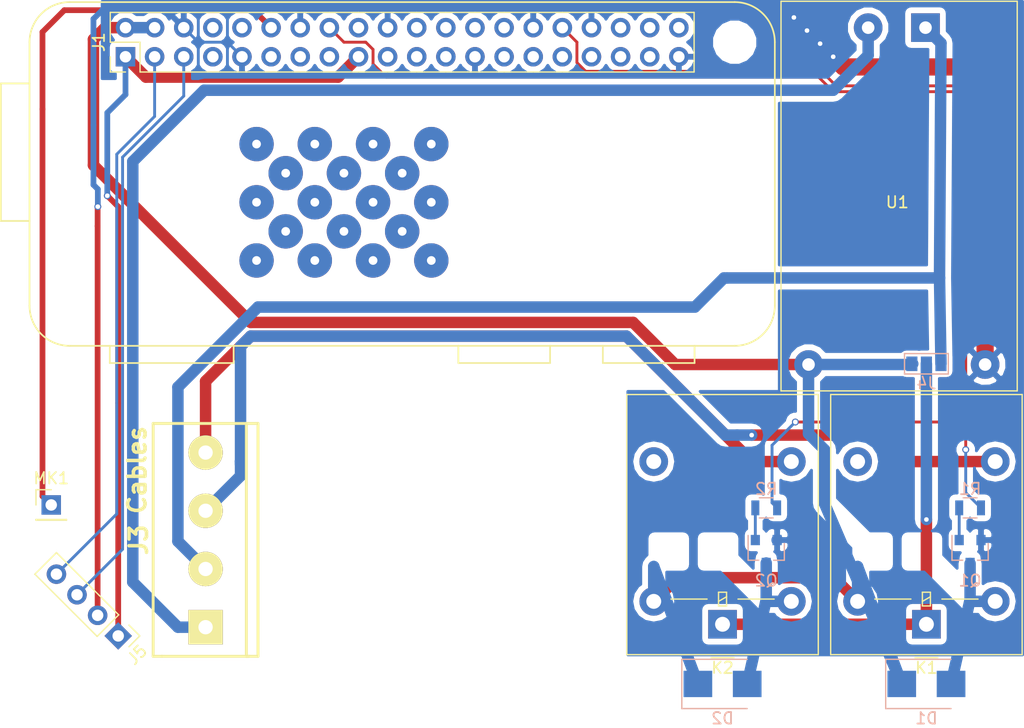
<source format=kicad_pcb>
(kicad_pcb (version 4) (host pcbnew 4.0.7)

  (general
    (links 38)
    (no_connects 0)
    (area 162.844999 93.959999 252.565001 157.872)
    (thickness 1.6)
    (drawings 0)
    (tracks 171)
    (zones 0)
    (modules 14)
    (nets 43)
  )

  (page A4)
  (layers
    (0 F.Cu signal)
    (31 B.Cu signal)
    (32 B.Adhes user)
    (33 F.Adhes user)
    (34 B.Paste user)
    (35 F.Paste user)
    (36 B.SilkS user)
    (37 F.SilkS user)
    (38 B.Mask user)
    (39 F.Mask user)
    (40 Dwgs.User user)
    (41 Cmts.User user)
    (42 Eco1.User user)
    (43 Eco2.User user)
    (44 Edge.Cuts user)
    (45 Margin user)
    (46 B.CrtYd user)
    (47 F.CrtYd user)
    (48 B.Fab user)
    (49 F.Fab user)
  )

  (setup
    (last_trace_width 0.5)
    (user_trace_width 0.5)
    (user_trace_width 0.75)
    (user_trace_width 1)
    (user_trace_width 1.5)
    (trace_clearance 0.2)
    (zone_clearance 0.508)
    (zone_45_only yes)
    (trace_min 0.2)
    (segment_width 0.2)
    (edge_width 0.15)
    (via_size 0.6)
    (via_drill 0.4)
    (via_min_size 0.4)
    (via_min_drill 0.3)
    (uvia_size 0.3)
    (uvia_drill 0.1)
    (uvias_allowed no)
    (uvia_min_size 0.2)
    (uvia_min_drill 0.1)
    (pcb_text_width 0.3)
    (pcb_text_size 1.5 1.5)
    (mod_edge_width 0.15)
    (mod_text_size 1 1)
    (mod_text_width 0.15)
    (pad_size 1.524 1.524)
    (pad_drill 0.762)
    (pad_to_mask_clearance 0.2)
    (aux_axis_origin 0 0)
    (visible_elements FFFFFF7F)
    (pcbplotparams
      (layerselection 0x00030_80000001)
      (usegerberextensions false)
      (excludeedgelayer true)
      (linewidth 0.100000)
      (plotframeref false)
      (viasonmask false)
      (mode 1)
      (useauxorigin false)
      (hpglpennumber 1)
      (hpglpenspeed 20)
      (hpglpendiameter 15)
      (hpglpenoverlay 2)
      (psnegative false)
      (psa4output false)
      (plotreference true)
      (plotvalue true)
      (plotinvisibletext false)
      (padsonsilk false)
      (subtractmaskfromsilk false)
      (outputformat 1)
      (mirror false)
      (drillshape 1)
      (scaleselection 1)
      (outputdirectory ""))
  )

  (net 0 "")
  (net 1 +3V3)
  (net 2 +5V)
  (net 3 GND)
  (net 4 "Net-(D1-Pad2)")
  (net 5 "Net-(D2-Pad2)")
  (net 6 "Net-(Q1-Pad1)")
  (net 7 "Net-(Q2-Pad1)")
  (net 8 "Net-(J1-Pad7)")
  (net 9 "Net-(J1-Pad8)")
  (net 10 "Net-(J1-Pad10)")
  (net 11 "Net-(J1-Pad11)")
  (net 12 "Net-(J1-Pad13)")
  (net 13 "Net-(J1-Pad15)")
  (net 14 "Net-(J1-Pad18)")
  (net 15 "Net-(J1-Pad19)")
  (net 16 "Net-(J1-Pad21)")
  (net 17 "Net-(J1-Pad22)")
  (net 18 "Net-(J1-Pad23)")
  (net 19 "Net-(J1-Pad24)")
  (net 20 "Net-(J1-Pad26)")
  (net 21 "Net-(J1-Pad27)")
  (net 22 "Net-(J1-Pad28)")
  (net 23 "Net-(J1-Pad29)")
  (net 24 "Net-(J1-Pad31)")
  (net 25 "Net-(J1-Pad33)")
  (net 26 "Net-(J1-Pad35)")
  (net 27 "Net-(J1-Pad37)")
  (net 28 "Net-(J1-Pad38)")
  (net 29 "Net-(J1-Pad40)")
  (net 30 /AC-N)
  (net 31 /AC-L)
  (net 32 /Common)
  (net 33 /Sens-SCL)
  (net 34 /Sens-SDA)
  (net 35 /Humidity)
  (net 36 /Heat_cmd)
  (net 37 /Water_cmd)
  (net 38 "Net-(J1-Pad36)")
  (net 39 /Water)
  (net 40 /Heat)
  (net 41 "Net-(K1-Pad4)")
  (net 42 "Net-(K2-Pad4)")

  (net_class Default "Questo è il gruppo di collegamenti predefinito"
    (clearance 0.2)
    (trace_width 0.25)
    (via_dia 0.6)
    (via_drill 0.4)
    (uvia_dia 0.3)
    (uvia_drill 0.1)
    (add_net +3V3)
    (add_net +5V)
    (add_net /AC-L)
    (add_net /AC-N)
    (add_net /Common)
    (add_net /Heat)
    (add_net /Heat_cmd)
    (add_net /Humidity)
    (add_net /Sens-SCL)
    (add_net /Sens-SDA)
    (add_net /Water)
    (add_net /Water_cmd)
    (add_net GND)
    (add_net "Net-(D1-Pad2)")
    (add_net "Net-(D2-Pad2)")
    (add_net "Net-(J1-Pad10)")
    (add_net "Net-(J1-Pad11)")
    (add_net "Net-(J1-Pad13)")
    (add_net "Net-(J1-Pad15)")
    (add_net "Net-(J1-Pad18)")
    (add_net "Net-(J1-Pad19)")
    (add_net "Net-(J1-Pad21)")
    (add_net "Net-(J1-Pad22)")
    (add_net "Net-(J1-Pad23)")
    (add_net "Net-(J1-Pad24)")
    (add_net "Net-(J1-Pad26)")
    (add_net "Net-(J1-Pad27)")
    (add_net "Net-(J1-Pad28)")
    (add_net "Net-(J1-Pad29)")
    (add_net "Net-(J1-Pad31)")
    (add_net "Net-(J1-Pad33)")
    (add_net "Net-(J1-Pad35)")
    (add_net "Net-(J1-Pad36)")
    (add_net "Net-(J1-Pad37)")
    (add_net "Net-(J1-Pad38)")
    (add_net "Net-(J1-Pad40)")
    (add_net "Net-(J1-Pad7)")
    (add_net "Net-(J1-Pad8)")
    (add_net "Net-(K1-Pad4)")
    (add_net "Net-(K2-Pad4)")
    (add_net "Net-(Q1-Pad1)")
    (add_net "Net-(Q2-Pad1)")
  )

  (net_class 1mm ""
    (clearance 0.2)
    (trace_width 1)
    (via_dia 1.5)
    (via_drill 0.4)
    (uvia_dia 0.3)
    (uvia_drill 0.1)
  )

  (module Personale:RaspberryPi_Zero_LCD (layer F.Cu) (tedit 5A5B7EED) (tstamp 5A594124)
    (at 198.12 97.79 90)
    (descr "Through hole straight pin header, 2x20, 2.54mm pitch, double rows")
    (tags "Through hole pin header THT 2x20 2.54mm double row")
    (path /5A461001)
    (fp_text reference J1 (at 0 -26.46 90) (layer F.SilkS)
      (effects (font (size 1 1) (thickness 0.15)))
    )
    (fp_text value Raspberry_Pi_2_3 (at -10.541 20.193 180) (layer F.Fab) hide
      (effects (font (size 1 1) (thickness 0.15)))
    )
    (fp_line (start -28 17.5) (end -28 25.5) (layer F.SilkS) (width 0.15))
    (fp_line (start -28 4.9) (end -28 12.9) (layer F.SilkS) (width 0.15))
    (fp_line (start -28 4.9) (end -26.5 4.9) (layer F.SilkS) (width 0.15))
    (fp_line (start -28 12.9) (end -26.5 12.9) (layer F.SilkS) (width 0.15))
    (fp_line (start -28 17.5) (end -26.5 17.5) (layer F.SilkS) (width 0.15))
    (fp_line (start -28 25.5) (end -26.5 25.5) (layer F.SilkS) (width 0.15))
    (fp_line (start -28 -25.5) (end -28 -14.7) (layer F.SilkS) (width 0.15))
    (fp_line (start -28 -14.7) (end -26.5 -14.7) (layer F.SilkS) (width 0.15))
    (fp_line (start -28 -25.5) (end -26.5 -25.5) (layer F.SilkS) (width 0.15))
    (fp_line (start -15.6 -35) (end -15.6 -32.5) (layer F.SilkS) (width 0.15))
    (fp_line (start -3.6 -35) (end -3.6 -32.5) (layer F.SilkS) (width 0.15))
    (fp_line (start -3.6 -35) (end -15.6 -35) (layer F.SilkS) (width 0.15))
    (fp_line (start -52.25 53.09) (end 3.35 53.09) (layer B.Paste) (width 0.15))
    (fp_line (start -52.25 -32.33) (end -52.25 53.09) (layer B.Paste) (width 0.15))
    (fp_line (start 3.35 -32.33) (end -52.25 -32.33) (layer B.Paste) (width 0.15))
    (fp_line (start 3.35 -32.33) (end 3.35 53.09) (layer B.Paste) (width 0.15))
    (fp_arc (start 0 29) (end 0 32.5) (angle -90) (layer F.SilkS) (width 0.15))
    (fp_arc (start -23 29) (end -26.5 29) (angle -90) (layer F.SilkS) (width 0.15))
    (fp_arc (start -23 -29) (end -26.5 -29) (angle 90) (layer F.SilkS) (width 0.15))
    (fp_arc (start 0 -29) (end 0 -32.5) (angle 90) (layer F.SilkS) (width 0.15))
    (fp_line (start -23 32.5) (end 0 32.5) (layer F.SilkS) (width 0.15))
    (fp_line (start 0 -32.5) (end -23 -32.5) (layer F.SilkS) (width 0.15))
    (fp_line (start -26.5 29) (end -26.5 -29) (layer F.SilkS) (width 0.15))
    (fp_line (start 3.5 -29) (end 3.5 29) (layer F.SilkS) (width 0.15))
    (fp_line (start -1.27 -25.4) (end 2.54 -25.4) (layer F.Fab) (width 0.1))
    (fp_line (start 2.54 -25.4) (end 2.54 25.4) (layer F.Fab) (width 0.1))
    (fp_line (start 2.54 25.4) (end -2.54 25.4) (layer F.Fab) (width 0.1))
    (fp_line (start -2.54 25.4) (end -2.54 -24.13) (layer F.Fab) (width 0.1))
    (fp_line (start -2.54 -24.13) (end -1.27 -25.4) (layer F.Fab) (width 0.1))
    (fp_line (start -2.6 25.46) (end 2.6 25.46) (layer F.SilkS) (width 0.12))
    (fp_line (start -2.6 -22.86) (end -2.6 25.46) (layer F.SilkS) (width 0.12))
    (fp_line (start 2.6 -25.46) (end 2.6 25.46) (layer F.SilkS) (width 0.12))
    (fp_line (start -2.6 -22.86) (end 0 -22.86) (layer F.SilkS) (width 0.12))
    (fp_line (start 0 -22.86) (end 0 -25.46) (layer F.SilkS) (width 0.12))
    (fp_line (start 0 -25.46) (end 2.6 -25.46) (layer F.SilkS) (width 0.12))
    (fp_line (start -2.6 -24.13) (end -2.6 -25.46) (layer F.SilkS) (width 0.12))
    (fp_line (start -2.6 -25.46) (end -1.27 -25.46) (layer F.SilkS) (width 0.12))
    (fp_line (start -3.07 -25.93) (end -3.07 25.92) (layer F.CrtYd) (width 0.05))
    (fp_line (start -3.07 25.92) (end 3.08 25.92) (layer F.CrtYd) (width 0.05))
    (fp_line (start 3.08 25.92) (end 3.08 -25.93) (layer F.CrtYd) (width 0.05))
    (fp_line (start 3.08 -25.93) (end -3.07 -25.93) (layer F.CrtYd) (width 0.05))
    (fp_text user %R (at 0 0 180) (layer F.Fab)
      (effects (font (size 1 1) (thickness 0.15)))
    )
    (pad "" np_thru_hole circle (at -8.89 2.54 90) (size 3 3) (drill 0.762) (layers *.Cu *.Mask))
    (pad "" np_thru_hole circle (at -19.05 2.54 90) (size 3 3) (drill 0.762) (layers *.Cu *.Mask))
    (pad "" np_thru_hole circle (at -13.97 2.54 90) (size 3 3) (drill 0.762) (layers *.Cu *.Mask))
    (pad "" np_thru_hole circle (at -16.51 0 90) (size 3 3) (drill 0.762) (layers *.Cu *.Mask))
    (pad "" np_thru_hole circle (at -11.43 0 90) (size 3 3) (drill 0.762) (layers *.Cu *.Mask))
    (pad "" np_thru_hole circle (at -8.89 -2.54 90) (size 3 3) (drill 0.762) (layers *.Cu *.Mask))
    (pad "" np_thru_hole circle (at -8.89 -7.62 90) (size 3 3) (drill 0.762) (layers *.Cu *.Mask))
    (pad "" np_thru_hole circle (at -8.89 -12.7 90) (size 3 3) (drill 0.762) (layers *.Cu *.Mask))
    (pad "" np_thru_hole circle (at -11.43 -10.16 90) (size 3 3) (drill 0.762) (layers *.Cu *.Mask))
    (pad "" np_thru_hole circle (at -11.43 -5.08 90) (size 3 3) (drill 0.762) (layers *.Cu *.Mask))
    (pad "" np_thru_hole circle (at -13.97 -2.54 90) (size 3 3) (drill 0.762) (layers *.Cu *.Mask))
    (pad "" np_thru_hole circle (at -19.05 -2.54 90) (size 3 3) (drill 0.762) (layers *.Cu *.Mask))
    (pad "" np_thru_hole circle (at -16.51 -5.08 90) (size 3 3) (drill 0.762) (layers *.Cu *.Mask))
    (pad "" np_thru_hole circle (at -13.97 -7.62 90) (size 3 3) (drill 0.762) (layers *.Cu *.Mask))
    (pad "" np_thru_hole circle (at -19.05 -7.62 90) (size 3 3) (drill 0.762) (layers *.Cu *.Mask))
    (pad "" np_thru_hole circle (at -16.51 -10.16 90) (size 3 3) (drill 0.762) (layers *.Cu *.Mask))
    (pad "" np_thru_hole circle (at -13.97 -12.7 90) (size 3 3) (drill 0.762) (layers *.Cu *.Mask))
    (pad "" np_thru_hole circle (at -23 29 90) (size 2.75 2.75) (drill 2.75) (layers *.Cu *.Mask))
    (pad "" np_thru_hole circle (at 0 29 90) (size 2.75 2.75) (drill 2.75) (layers *.Cu *.Mask))
    (pad "" np_thru_hole circle (at -23 -29 90) (size 2.75 2.75) (drill 2.75) (layers *.Cu *.Mask))
    (pad "" np_thru_hole circle (at 0 -29 90) (size 2.75 2.75) (drill 2.75) (layers *.Cu *.Mask))
    (pad 1 thru_hole rect (at -1.27 -24.13 90) (size 1.7 1.7) (drill 1) (layers *.Cu *.Mask)
      (net 1 +3V3))
    (pad 2 thru_hole oval (at 1.27 -24.13 90) (size 1.7 1.7) (drill 1) (layers *.Cu *.Mask)
      (net 2 +5V))
    (pad 3 thru_hole oval (at -1.27 -21.59 90) (size 1.7 1.7) (drill 1) (layers *.Cu *.Mask)
      (net 34 /Sens-SDA))
    (pad 4 thru_hole oval (at 1.27 -21.59 90) (size 1.7 1.7) (drill 1) (layers *.Cu *.Mask)
      (net 2 +5V))
    (pad 5 thru_hole oval (at -1.27 -19.05 90) (size 1.7 1.7) (drill 1) (layers *.Cu *.Mask)
      (net 33 /Sens-SCL))
    (pad 6 thru_hole oval (at 1.27 -19.05 90) (size 1.7 1.7) (drill 1) (layers *.Cu *.Mask)
      (net 3 GND))
    (pad 7 thru_hole oval (at -1.27 -16.51 90) (size 1.7 1.7) (drill 1) (layers *.Cu *.Mask)
      (net 8 "Net-(J1-Pad7)"))
    (pad 8 thru_hole oval (at 1.27 -16.51 90) (size 1.7 1.7) (drill 1) (layers *.Cu *.Mask)
      (net 9 "Net-(J1-Pad8)"))
    (pad 9 thru_hole oval (at -1.27 -13.97 90) (size 1.7 1.7) (drill 1) (layers *.Cu *.Mask)
      (net 3 GND))
    (pad 10 thru_hole oval (at 1.27 -13.97 90) (size 1.7 1.7) (drill 1) (layers *.Cu *.Mask)
      (net 10 "Net-(J1-Pad10)"))
    (pad 11 thru_hole oval (at -1.27 -11.43 90) (size 1.7 1.7) (drill 1) (layers *.Cu *.Mask)
      (net 11 "Net-(J1-Pad11)"))
    (pad 12 thru_hole oval (at 1.27 -11.43 90) (size 1.7 1.7) (drill 1) (layers *.Cu *.Mask)
      (net 35 /Humidity))
    (pad 13 thru_hole oval (at -1.27 -8.89 90) (size 1.7 1.7) (drill 1) (layers *.Cu *.Mask)
      (net 12 "Net-(J1-Pad13)"))
    (pad 14 thru_hole oval (at 1.27 -8.89 90) (size 1.7 1.7) (drill 1) (layers *.Cu *.Mask)
      (net 3 GND))
    (pad 15 thru_hole oval (at -1.27 -6.35 90) (size 1.7 1.7) (drill 1) (layers *.Cu *.Mask)
      (net 13 "Net-(J1-Pad15)"))
    (pad 16 thru_hole oval (at 1.27 -6.35 90) (size 1.7 1.7) (drill 1) (layers *.Cu *.Mask)
      (net 36 /Heat_cmd))
    (pad 17 thru_hole oval (at -1.27 -3.81 90) (size 1.7 1.7) (drill 1) (layers *.Cu *.Mask)
      (net 1 +3V3))
    (pad 18 thru_hole oval (at 1.27 -3.81 90) (size 1.7 1.7) (drill 1) (layers *.Cu *.Mask)
      (net 14 "Net-(J1-Pad18)"))
    (pad 19 thru_hole oval (at -1.27 -1.27 90) (size 1.7 1.7) (drill 1) (layers *.Cu *.Mask)
      (net 15 "Net-(J1-Pad19)"))
    (pad 20 thru_hole oval (at 1.27 -1.27 90) (size 1.7 1.7) (drill 1) (layers *.Cu *.Mask)
      (net 3 GND))
    (pad 21 thru_hole oval (at -1.27 1.27 90) (size 1.7 1.7) (drill 1) (layers *.Cu *.Mask)
      (net 16 "Net-(J1-Pad21)"))
    (pad 22 thru_hole oval (at 1.27 1.27 90) (size 1.7 1.7) (drill 1) (layers *.Cu *.Mask)
      (net 17 "Net-(J1-Pad22)"))
    (pad 23 thru_hole oval (at -1.27 3.81 90) (size 1.7 1.7) (drill 1) (layers *.Cu *.Mask)
      (net 18 "Net-(J1-Pad23)"))
    (pad 24 thru_hole oval (at 1.27 3.81 90) (size 1.7 1.7) (drill 1) (layers *.Cu *.Mask)
      (net 19 "Net-(J1-Pad24)"))
    (pad 25 thru_hole oval (at -1.27 6.35 90) (size 1.7 1.7) (drill 1) (layers *.Cu *.Mask)
      (net 3 GND))
    (pad 26 thru_hole oval (at 1.27 6.35 90) (size 1.7 1.7) (drill 1) (layers *.Cu *.Mask)
      (net 20 "Net-(J1-Pad26)"))
    (pad 27 thru_hole oval (at -1.27 8.89 90) (size 1.7 1.7) (drill 1) (layers *.Cu *.Mask)
      (net 21 "Net-(J1-Pad27)"))
    (pad 28 thru_hole oval (at 1.27 8.89 90) (size 1.7 1.7) (drill 1) (layers *.Cu *.Mask)
      (net 22 "Net-(J1-Pad28)"))
    (pad 29 thru_hole oval (at -1.27 11.43 90) (size 1.7 1.7) (drill 1) (layers *.Cu *.Mask)
      (net 23 "Net-(J1-Pad29)"))
    (pad 30 thru_hole oval (at 1.27 11.43 90) (size 1.7 1.7) (drill 1) (layers *.Cu *.Mask)
      (net 3 GND))
    (pad 31 thru_hole oval (at -1.27 13.97 90) (size 1.7 1.7) (drill 1) (layers *.Cu *.Mask)
      (net 24 "Net-(J1-Pad31)"))
    (pad 32 thru_hole oval (at 1.27 13.97 90) (size 1.7 1.7) (drill 1) (layers *.Cu *.Mask)
      (net 37 /Water_cmd))
    (pad 33 thru_hole oval (at -1.27 16.51 90) (size 1.7 1.7) (drill 1) (layers *.Cu *.Mask)
      (net 25 "Net-(J1-Pad33)"))
    (pad 34 thru_hole oval (at 1.27 16.51 90) (size 1.7 1.7) (drill 1) (layers *.Cu *.Mask)
      (net 3 GND))
    (pad 35 thru_hole oval (at -1.27 19.05 90) (size 1.7 1.7) (drill 1) (layers *.Cu *.Mask)
      (net 26 "Net-(J1-Pad35)"))
    (pad 36 thru_hole oval (at 1.27 19.05 90) (size 1.7 1.7) (drill 1) (layers *.Cu *.Mask)
      (net 38 "Net-(J1-Pad36)"))
    (pad 37 thru_hole oval (at -1.27 21.59 90) (size 1.7 1.7) (drill 1) (layers *.Cu *.Mask)
      (net 27 "Net-(J1-Pad37)"))
    (pad 38 thru_hole oval (at 1.27 21.59 90) (size 1.7 1.7) (drill 1) (layers *.Cu *.Mask)
      (net 28 "Net-(J1-Pad38)"))
    (pad 39 thru_hole oval (at -1.27 24.13 90) (size 1.7 1.7) (drill 1) (layers *.Cu *.Mask)
      (net 3 GND))
    (pad 40 thru_hole oval (at 1.27 24.13 90) (size 1.7 1.7) (drill 1) (layers *.Cu *.Mask)
      (net 29 "Net-(J1-Pad40)"))
    (pad "" np_thru_hole circle (at 0 -29 90) (size 2.75 2.75) (drill 2.75) (layers *.Cu *.Mask))
    (pad "" np_thru_hole circle (at -19.05 -12.7 90) (size 3 3) (drill 0.762) (layers *.Cu *.Mask))
    (model ${KISYS3DMOD}/Pin_Headers.3dshapes/Pin_Header_Straight_2x20_Pitch2.54mm.wrl
      (at (xyz 0 0 0))
      (scale (xyz 1 1 1))
      (rotate (xyz 0 0 0))
    )
  )

  (module Relays_THT:Relay_SPDT_OMRON-G5LE-1 (layer F.Cu) (tedit 5A5B7F35) (tstamp 5A47DC39)
    (at 243.84 148.59 180)
    (descr "Omron Relay SPDT, http://www.omron.com/ecb/products/pdf/en-g5le.pdf")
    (tags "Omron Relay SPDT")
    (path /5A46D703)
    (fp_text reference K1 (at 0 -3.8 180) (layer F.SilkS)
      (effects (font (size 1 1) (thickness 0.15)))
    )
    (fp_text value G5LE (at 5.969 18.669 180) (layer F.Fab)
      (effects (font (size 1 1) (thickness 0.15)))
    )
    (fp_line (start 0 -1.55) (end 1 -2.55) (layer F.Fab) (width 0.1))
    (fp_line (start 1 -2.55) (end 8.25 -2.55) (layer F.Fab) (width 0.1))
    (fp_line (start 8.25 -2.55) (end 8.25 19.95) (layer F.Fab) (width 0.1))
    (fp_line (start 8.25 19.95) (end -8.25 19.95) (layer F.Fab) (width 0.1))
    (fp_line (start -8.25 19.95) (end -8.25 -2.55) (layer F.Fab) (width 0.1))
    (fp_line (start -8.25 -2.55) (end -1 -2.55) (layer F.Fab) (width 0.1))
    (fp_line (start -1 -2.55) (end 0 -1.55) (layer F.Fab) (width 0.1))
    (fp_line (start -4.5 2) (end 4.5 2) (layer F.Fab) (width 0.1))
    (fp_line (start 8.35 20.05) (end 8.35 -2.65) (layer F.SilkS) (width 0.12))
    (fp_line (start 8.35 -2.65) (end -8.35 -2.65) (layer F.SilkS) (width 0.12))
    (fp_line (start -8.35 -2.65) (end -8.35 20.05) (layer F.SilkS) (width 0.12))
    (fp_line (start -8.35 20.05) (end 8.35 20.05) (layer F.SilkS) (width 0.12))
    (fp_line (start -0.35 2.4) (end 0.35 2) (layer F.SilkS) (width 0.12))
    (fp_line (start 0.35 2.8) (end 0.35 1.6) (layer F.SilkS) (width 0.12))
    (fp_line (start 0.35 1.6) (end -0.35 1.6) (layer F.SilkS) (width 0.12))
    (fp_line (start -0.35 1.6) (end -0.35 2.8) (layer F.SilkS) (width 0.12))
    (fp_line (start -0.35 2.8) (end 0.35 2.8) (layer F.SilkS) (width 0.12))
    (fp_line (start -1 -2.91) (end 1 -2.91) (layer F.SilkS) (width 0.12))
    (fp_line (start -4.5 2.2) (end -1.35 2.2) (layer F.SilkS) (width 0.12))
    (fp_line (start 1.35 2.2) (end 4.5 2.2) (layer F.SilkS) (width 0.12))
    (fp_line (start 8.5 20.2) (end 8.5 -2.8) (layer F.CrtYd) (width 0.05))
    (fp_line (start 8.5 -2.8) (end -8.5 -2.8) (layer F.CrtYd) (width 0.05))
    (fp_line (start -8.5 -2.8) (end -8.5 20.2) (layer F.CrtYd) (width 0.05))
    (fp_line (start -8.5 20.2) (end 8.5 20.2) (layer F.CrtYd) (width 0.05))
    (fp_text user %R (at -6.858 18.796 180) (layer F.Fab)
      (effects (font (size 1 1) (thickness 0.15)))
    )
    (pad 1 thru_hole rect (at 0 0 180) (size 2.5 2.5) (drill 1.3) (layers *.Cu *.Mask)
      (net 32 /Common))
    (pad 2 thru_hole oval (at -6 2 180) (size 2.5 2.5) (drill 1.3) (layers *.Cu *.Mask)
      (net 4 "Net-(D1-Pad2)"))
    (pad 3 thru_hole oval (at -6 14.2 180) (size 2.5 2.5) (drill 1.3) (layers *.Cu *.Mask)
      (net 39 /Water))
    (pad 4 thru_hole oval (at 6 14.2 180) (size 2.5 2.5) (drill 1.3) (layers *.Cu *.Mask)
      (net 41 "Net-(K1-Pad4)"))
    (pad 5 thru_hole oval (at 6 2 180) (size 2.5 2.5) (drill 1.3) (layers *.Cu *.Mask)
      (net 2 +5V))
    (model ${KISYS3DMOD}/Relays_THT.3dshapes/Relay_SPDT_OMRON-G5LE-1.wrl
      (at (xyz 0 0 0))
      (scale (xyz 1 1 1))
      (rotate (xyz 0 0 0))
    )
  )

  (module Diodes_SMD:D_SMB (layer B.Cu) (tedit 5A5B7F4F) (tstamp 5A475261)
    (at 243.84 153.797)
    (descr "Diode SMB (DO-214AA)")
    (tags "Diode SMB (DO-214AA)")
    (path /5A46D90F)
    (attr smd)
    (fp_text reference D1 (at 0 3) (layer B.SilkS)
      (effects (font (size 1 1) (thickness 0.15)) (justify mirror))
    )
    (fp_text value M7 (at 0 -3.1) (layer B.Fab) hide
      (effects (font (size 1 1) (thickness 0.15)) (justify mirror))
    )
    (fp_text user %R (at 0 3) (layer B.Fab)
      (effects (font (size 1 1) (thickness 0.15)) (justify mirror))
    )
    (fp_line (start -3.55 2.15) (end -3.55 -2.15) (layer B.SilkS) (width 0.12))
    (fp_line (start 2.3 -2) (end -2.3 -2) (layer B.Fab) (width 0.1))
    (fp_line (start -2.3 -2) (end -2.3 2) (layer B.Fab) (width 0.1))
    (fp_line (start 2.3 2) (end 2.3 -2) (layer B.Fab) (width 0.1))
    (fp_line (start 2.3 2) (end -2.3 2) (layer B.Fab) (width 0.1))
    (fp_line (start -3.65 2.25) (end 3.65 2.25) (layer B.CrtYd) (width 0.05))
    (fp_line (start 3.65 2.25) (end 3.65 -2.25) (layer B.CrtYd) (width 0.05))
    (fp_line (start 3.65 -2.25) (end -3.65 -2.25) (layer B.CrtYd) (width 0.05))
    (fp_line (start -3.65 -2.25) (end -3.65 2.25) (layer B.CrtYd) (width 0.05))
    (fp_line (start -0.64944 -0.00102) (end -1.55114 -0.00102) (layer B.Fab) (width 0.1))
    (fp_line (start 0.50118 -0.00102) (end 1.4994 -0.00102) (layer B.Fab) (width 0.1))
    (fp_line (start -0.64944 0.79908) (end -0.64944 -0.80112) (layer B.Fab) (width 0.1))
    (fp_line (start 0.50118 -0.75032) (end 0.50118 0.79908) (layer B.Fab) (width 0.1))
    (fp_line (start -0.64944 -0.00102) (end 0.50118 -0.75032) (layer B.Fab) (width 0.1))
    (fp_line (start -0.64944 -0.00102) (end 0.50118 0.79908) (layer B.Fab) (width 0.1))
    (fp_line (start -3.55 -2.15) (end 2.15 -2.15) (layer B.SilkS) (width 0.12))
    (fp_line (start -3.55 2.15) (end 2.15 2.15) (layer B.SilkS) (width 0.12))
    (pad 1 smd rect (at -2.15 0) (size 2.5 2.3) (layers B.Cu B.Paste B.Mask)
      (net 2 +5V))
    (pad 2 smd rect (at 2.15 0) (size 2.5 2.3) (layers B.Cu B.Paste B.Mask)
      (net 4 "Net-(D1-Pad2)"))
    (model ${KISYS3DMOD}/Diodes_SMD.3dshapes/D_SMB.wrl
      (at (xyz 0 0 0))
      (scale (xyz 1 1 1))
      (rotate (xyz 0 0 0))
    )
  )

  (module Diodes_SMD:D_SMB (layer B.Cu) (tedit 5A5B7F47) (tstamp 5A475267)
    (at 226.06 153.797)
    (descr "Diode SMB (DO-214AA)")
    (tags "Diode SMB (DO-214AA)")
    (path /5A46D85E)
    (attr smd)
    (fp_text reference D2 (at 0 3) (layer B.SilkS)
      (effects (font (size 1 1) (thickness 0.15)) (justify mirror))
    )
    (fp_text value M7 (at 0 -3.1) (layer B.Fab) hide
      (effects (font (size 1 1) (thickness 0.15)) (justify mirror))
    )
    (fp_text user %R (at 0 3) (layer B.Fab)
      (effects (font (size 1 1) (thickness 0.15)) (justify mirror))
    )
    (fp_line (start -3.55 2.15) (end -3.55 -2.15) (layer B.SilkS) (width 0.12))
    (fp_line (start 2.3 -2) (end -2.3 -2) (layer B.Fab) (width 0.1))
    (fp_line (start -2.3 -2) (end -2.3 2) (layer B.Fab) (width 0.1))
    (fp_line (start 2.3 2) (end 2.3 -2) (layer B.Fab) (width 0.1))
    (fp_line (start 2.3 2) (end -2.3 2) (layer B.Fab) (width 0.1))
    (fp_line (start -3.65 2.25) (end 3.65 2.25) (layer B.CrtYd) (width 0.05))
    (fp_line (start 3.65 2.25) (end 3.65 -2.25) (layer B.CrtYd) (width 0.05))
    (fp_line (start 3.65 -2.25) (end -3.65 -2.25) (layer B.CrtYd) (width 0.05))
    (fp_line (start -3.65 -2.25) (end -3.65 2.25) (layer B.CrtYd) (width 0.05))
    (fp_line (start -0.64944 -0.00102) (end -1.55114 -0.00102) (layer B.Fab) (width 0.1))
    (fp_line (start 0.50118 -0.00102) (end 1.4994 -0.00102) (layer B.Fab) (width 0.1))
    (fp_line (start -0.64944 0.79908) (end -0.64944 -0.80112) (layer B.Fab) (width 0.1))
    (fp_line (start 0.50118 -0.75032) (end 0.50118 0.79908) (layer B.Fab) (width 0.1))
    (fp_line (start -0.64944 -0.00102) (end 0.50118 -0.75032) (layer B.Fab) (width 0.1))
    (fp_line (start -0.64944 -0.00102) (end 0.50118 0.79908) (layer B.Fab) (width 0.1))
    (fp_line (start -3.55 -2.15) (end 2.15 -2.15) (layer B.SilkS) (width 0.12))
    (fp_line (start -3.55 2.15) (end 2.15 2.15) (layer B.SilkS) (width 0.12))
    (pad 1 smd rect (at -2.15 0) (size 2.5 2.3) (layers B.Cu B.Paste B.Mask)
      (net 2 +5V))
    (pad 2 smd rect (at 2.15 0) (size 2.5 2.3) (layers B.Cu B.Paste B.Mask)
      (net 5 "Net-(D2-Pad2)"))
    (model ${KISYS3DMOD}/Diodes_SMD.3dshapes/D_SMB.wrl
      (at (xyz 0 0 0))
      (scale (xyz 1 1 1))
      (rotate (xyz 0 0 0))
    )
  )

  (module Relays_THT:Relay_SPDT_OMRON-G5LE-1 (layer F.Cu) (tedit 5A5B7F1E) (tstamp 5A47DC41)
    (at 226.06 148.59 180)
    (descr "Omron Relay SPDT, http://www.omron.com/ecb/products/pdf/en-g5le.pdf")
    (tags "Omron Relay SPDT")
    (path /5A46D7BF)
    (fp_text reference K2 (at 0 -3.8 180) (layer F.SilkS)
      (effects (font (size 1 1) (thickness 0.15)))
    )
    (fp_text value G5LE (at 5.969 18.796 180) (layer F.Fab)
      (effects (font (size 1 1) (thickness 0.15)))
    )
    (fp_line (start 0 -1.55) (end 1 -2.55) (layer F.Fab) (width 0.1))
    (fp_line (start 1 -2.55) (end 8.25 -2.55) (layer F.Fab) (width 0.1))
    (fp_line (start 8.25 -2.55) (end 8.25 19.95) (layer F.Fab) (width 0.1))
    (fp_line (start 8.25 19.95) (end -8.25 19.95) (layer F.Fab) (width 0.1))
    (fp_line (start -8.25 19.95) (end -8.25 -2.55) (layer F.Fab) (width 0.1))
    (fp_line (start -8.25 -2.55) (end -1 -2.55) (layer F.Fab) (width 0.1))
    (fp_line (start -1 -2.55) (end 0 -1.55) (layer F.Fab) (width 0.1))
    (fp_line (start -4.5 2) (end 4.5 2) (layer F.Fab) (width 0.1))
    (fp_line (start 8.35 20.05) (end 8.35 -2.65) (layer F.SilkS) (width 0.12))
    (fp_line (start 8.35 -2.65) (end -8.35 -2.65) (layer F.SilkS) (width 0.12))
    (fp_line (start -8.35 -2.65) (end -8.35 20.05) (layer F.SilkS) (width 0.12))
    (fp_line (start -8.35 20.05) (end 8.35 20.05) (layer F.SilkS) (width 0.12))
    (fp_line (start -0.35 2.4) (end 0.35 2) (layer F.SilkS) (width 0.12))
    (fp_line (start 0.35 2.8) (end 0.35 1.6) (layer F.SilkS) (width 0.12))
    (fp_line (start 0.35 1.6) (end -0.35 1.6) (layer F.SilkS) (width 0.12))
    (fp_line (start -0.35 1.6) (end -0.35 2.8) (layer F.SilkS) (width 0.12))
    (fp_line (start -0.35 2.8) (end 0.35 2.8) (layer F.SilkS) (width 0.12))
    (fp_line (start -1 -2.91) (end 1 -2.91) (layer F.SilkS) (width 0.12))
    (fp_line (start -4.5 2.2) (end -1.35 2.2) (layer F.SilkS) (width 0.12))
    (fp_line (start 1.35 2.2) (end 4.5 2.2) (layer F.SilkS) (width 0.12))
    (fp_line (start 8.5 20.2) (end 8.5 -2.8) (layer F.CrtYd) (width 0.05))
    (fp_line (start 8.5 -2.8) (end -8.5 -2.8) (layer F.CrtYd) (width 0.05))
    (fp_line (start -8.5 -2.8) (end -8.5 20.2) (layer F.CrtYd) (width 0.05))
    (fp_line (start -8.5 20.2) (end 8.5 20.2) (layer F.CrtYd) (width 0.05))
    (fp_text user %R (at -6.731 18.796 180) (layer F.Fab)
      (effects (font (size 1 1) (thickness 0.15)))
    )
    (pad 1 thru_hole rect (at 0 0 180) (size 2.5 2.5) (drill 1.3) (layers *.Cu *.Mask)
      (net 32 /Common))
    (pad 2 thru_hole oval (at -6 2 180) (size 2.5 2.5) (drill 1.3) (layers *.Cu *.Mask)
      (net 5 "Net-(D2-Pad2)"))
    (pad 3 thru_hole oval (at -6 14.2 180) (size 2.5 2.5) (drill 1.3) (layers *.Cu *.Mask)
      (net 40 /Heat))
    (pad 4 thru_hole oval (at 6 14.2 180) (size 2.5 2.5) (drill 1.3) (layers *.Cu *.Mask)
      (net 42 "Net-(K2-Pad4)"))
    (pad 5 thru_hole oval (at 6 2 180) (size 2.5 2.5) (drill 1.3) (layers *.Cu *.Mask)
      (net 2 +5V))
    (model ${KISYS3DMOD}/Relays_THT.3dshapes/Relay_SPDT_OMRON-G5LE-1.wrl
      (at (xyz 0 0 0))
      (scale (xyz 1 1 1))
      (rotate (xyz 0 0 0))
    )
  )

  (module TO_SOT_Packages_SMD:SOT-23 (layer B.Cu) (tedit 5A5B7FC0) (tstamp 5A47E909)
    (at 247.65 142.24 270)
    (descr "SOT-23, Standard")
    (tags SOT-23)
    (path /5A47E4E0)
    (attr smd)
    (fp_text reference Q1 (at 2.54 0 540) (layer B.SilkS)
      (effects (font (size 1 1) (thickness 0.15)) (justify mirror))
    )
    (fp_text value BC847 (at 0 -2.5 270) (layer B.Fab) hide
      (effects (font (size 1 1) (thickness 0.15)) (justify mirror))
    )
    (fp_text user %R (at 0 0 540) (layer B.Fab)
      (effects (font (size 0.5 0.5) (thickness 0.075)) (justify mirror))
    )
    (fp_line (start -0.7 0.95) (end -0.7 -1.5) (layer B.Fab) (width 0.1))
    (fp_line (start -0.15 1.52) (end 0.7 1.52) (layer B.Fab) (width 0.1))
    (fp_line (start -0.7 0.95) (end -0.15 1.52) (layer B.Fab) (width 0.1))
    (fp_line (start 0.7 1.52) (end 0.7 -1.52) (layer B.Fab) (width 0.1))
    (fp_line (start -0.7 -1.52) (end 0.7 -1.52) (layer B.Fab) (width 0.1))
    (fp_line (start 0.76 -1.58) (end 0.76 -0.65) (layer B.SilkS) (width 0.12))
    (fp_line (start 0.76 1.58) (end 0.76 0.65) (layer B.SilkS) (width 0.12))
    (fp_line (start -1.7 1.75) (end 1.7 1.75) (layer B.CrtYd) (width 0.05))
    (fp_line (start 1.7 1.75) (end 1.7 -1.75) (layer B.CrtYd) (width 0.05))
    (fp_line (start 1.7 -1.75) (end -1.7 -1.75) (layer B.CrtYd) (width 0.05))
    (fp_line (start -1.7 -1.75) (end -1.7 1.75) (layer B.CrtYd) (width 0.05))
    (fp_line (start 0.76 1.58) (end -1.4 1.58) (layer B.SilkS) (width 0.12))
    (fp_line (start 0.76 -1.58) (end -0.7 -1.58) (layer B.SilkS) (width 0.12))
    (pad 1 smd rect (at -1 0.95 270) (size 0.9 0.8) (layers B.Cu B.Paste B.Mask)
      (net 6 "Net-(Q1-Pad1)"))
    (pad 2 smd rect (at -1 -0.95 270) (size 0.9 0.8) (layers B.Cu B.Paste B.Mask)
      (net 3 GND))
    (pad 3 smd rect (at 1 0 270) (size 0.9 0.8) (layers B.Cu B.Paste B.Mask)
      (net 4 "Net-(D1-Pad2)"))
    (model ${KISYS3DMOD}/TO_SOT_Packages_SMD.3dshapes/SOT-23.wrl
      (at (xyz 0 0 0))
      (scale (xyz 1 1 1))
      (rotate (xyz 0 0 0))
    )
  )

  (module TO_SOT_Packages_SMD:SOT-23 (layer B.Cu) (tedit 5A5B7FB8) (tstamp 5A47E910)
    (at 229.87 142.24 270)
    (descr "SOT-23, Standard")
    (tags SOT-23)
    (path /5A47E5CE)
    (attr smd)
    (fp_text reference Q2 (at 2.54 0 360) (layer B.SilkS)
      (effects (font (size 1 1) (thickness 0.15)) (justify mirror))
    )
    (fp_text value BC847 (at 0 -2.5 270) (layer B.Fab) hide
      (effects (font (size 1 1) (thickness 0.15)) (justify mirror))
    )
    (fp_text user %R (at 0 0 540) (layer B.Fab)
      (effects (font (size 0.5 0.5) (thickness 0.075)) (justify mirror))
    )
    (fp_line (start -0.7 0.95) (end -0.7 -1.5) (layer B.Fab) (width 0.1))
    (fp_line (start -0.15 1.52) (end 0.7 1.52) (layer B.Fab) (width 0.1))
    (fp_line (start -0.7 0.95) (end -0.15 1.52) (layer B.Fab) (width 0.1))
    (fp_line (start 0.7 1.52) (end 0.7 -1.52) (layer B.Fab) (width 0.1))
    (fp_line (start -0.7 -1.52) (end 0.7 -1.52) (layer B.Fab) (width 0.1))
    (fp_line (start 0.76 -1.58) (end 0.76 -0.65) (layer B.SilkS) (width 0.12))
    (fp_line (start 0.76 1.58) (end 0.76 0.65) (layer B.SilkS) (width 0.12))
    (fp_line (start -1.7 1.75) (end 1.7 1.75) (layer B.CrtYd) (width 0.05))
    (fp_line (start 1.7 1.75) (end 1.7 -1.75) (layer B.CrtYd) (width 0.05))
    (fp_line (start 1.7 -1.75) (end -1.7 -1.75) (layer B.CrtYd) (width 0.05))
    (fp_line (start -1.7 -1.75) (end -1.7 1.75) (layer B.CrtYd) (width 0.05))
    (fp_line (start 0.76 1.58) (end -1.4 1.58) (layer B.SilkS) (width 0.12))
    (fp_line (start 0.76 -1.58) (end -0.7 -1.58) (layer B.SilkS) (width 0.12))
    (pad 1 smd rect (at -1 0.95 270) (size 0.9 0.8) (layers B.Cu B.Paste B.Mask)
      (net 7 "Net-(Q2-Pad1)"))
    (pad 2 smd rect (at -1 -0.95 270) (size 0.9 0.8) (layers B.Cu B.Paste B.Mask)
      (net 3 GND))
    (pad 3 smd rect (at 1 0 270) (size 0.9 0.8) (layers B.Cu B.Paste B.Mask)
      (net 5 "Net-(D2-Pad2)"))
    (model ${KISYS3DMOD}/TO_SOT_Packages_SMD.3dshapes/SOT-23.wrl
      (at (xyz 0 0 0))
      (scale (xyz 1 1 1))
      (rotate (xyz 0 0 0))
    )
  )

  (module Resistors_SMD:R_0805 (layer B.Cu) (tedit 5A5B7F8D) (tstamp 5A47E916)
    (at 247.65 138.43)
    (descr "Resistor SMD 0805, reflow soldering, Vishay (see dcrcw.pdf)")
    (tags "resistor 0805")
    (path /5A47EBEF)
    (attr smd)
    (fp_text reference R1 (at 0 -1.651) (layer B.SilkS)
      (effects (font (size 1 1) (thickness 0.15)) (justify mirror))
    )
    (fp_text value 1.2K (at 0 -1.75) (layer B.Fab) hide
      (effects (font (size 1 1) (thickness 0.15)) (justify mirror))
    )
    (fp_text user %R (at 0 0) (layer B.Fab)
      (effects (font (size 0.5 0.5) (thickness 0.075)) (justify mirror))
    )
    (fp_line (start -1 -0.62) (end -1 0.62) (layer B.Fab) (width 0.1))
    (fp_line (start 1 -0.62) (end -1 -0.62) (layer B.Fab) (width 0.1))
    (fp_line (start 1 0.62) (end 1 -0.62) (layer B.Fab) (width 0.1))
    (fp_line (start -1 0.62) (end 1 0.62) (layer B.Fab) (width 0.1))
    (fp_line (start 0.6 -0.88) (end -0.6 -0.88) (layer B.SilkS) (width 0.12))
    (fp_line (start -0.6 0.88) (end 0.6 0.88) (layer B.SilkS) (width 0.12))
    (fp_line (start -1.55 0.9) (end 1.55 0.9) (layer B.CrtYd) (width 0.05))
    (fp_line (start -1.55 0.9) (end -1.55 -0.9) (layer B.CrtYd) (width 0.05))
    (fp_line (start 1.55 -0.9) (end 1.55 0.9) (layer B.CrtYd) (width 0.05))
    (fp_line (start 1.55 -0.9) (end -1.55 -0.9) (layer B.CrtYd) (width 0.05))
    (pad 1 smd rect (at -0.95 0) (size 0.7 1.3) (layers B.Cu B.Paste B.Mask)
      (net 6 "Net-(Q1-Pad1)"))
    (pad 2 smd rect (at 0.95 0) (size 0.7 1.3) (layers B.Cu B.Paste B.Mask)
      (net 37 /Water_cmd))
    (model ${KISYS3DMOD}/Resistors_SMD.3dshapes/R_0805.wrl
      (at (xyz 0 0 0))
      (scale (xyz 1 1 1))
      (rotate (xyz 0 0 0))
    )
  )

  (module Resistors_SMD:R_0805 (layer B.Cu) (tedit 5A5B7F84) (tstamp 5A47E91C)
    (at 229.87 138.43)
    (descr "Resistor SMD 0805, reflow soldering, Vishay (see dcrcw.pdf)")
    (tags "resistor 0805")
    (path /5A47ECAD)
    (attr smd)
    (fp_text reference R2 (at 0 -1.651) (layer B.SilkS)
      (effects (font (size 1 1) (thickness 0.15)) (justify mirror))
    )
    (fp_text value 1.2K (at 0 -1.75) (layer B.Fab) hide
      (effects (font (size 1 1) (thickness 0.15)) (justify mirror))
    )
    (fp_text user %R (at 0 0) (layer B.Fab)
      (effects (font (size 0.5 0.5) (thickness 0.075)) (justify mirror))
    )
    (fp_line (start -1 -0.62) (end -1 0.62) (layer B.Fab) (width 0.1))
    (fp_line (start 1 -0.62) (end -1 -0.62) (layer B.Fab) (width 0.1))
    (fp_line (start 1 0.62) (end 1 -0.62) (layer B.Fab) (width 0.1))
    (fp_line (start -1 0.62) (end 1 0.62) (layer B.Fab) (width 0.1))
    (fp_line (start 0.6 -0.88) (end -0.6 -0.88) (layer B.SilkS) (width 0.12))
    (fp_line (start -0.6 0.88) (end 0.6 0.88) (layer B.SilkS) (width 0.12))
    (fp_line (start -1.55 0.9) (end 1.55 0.9) (layer B.CrtYd) (width 0.05))
    (fp_line (start -1.55 0.9) (end -1.55 -0.9) (layer B.CrtYd) (width 0.05))
    (fp_line (start 1.55 -0.9) (end 1.55 0.9) (layer B.CrtYd) (width 0.05))
    (fp_line (start 1.55 -0.9) (end -1.55 -0.9) (layer B.CrtYd) (width 0.05))
    (pad 1 smd rect (at -0.95 0) (size 0.7 1.3) (layers B.Cu B.Paste B.Mask)
      (net 7 "Net-(Q2-Pad1)"))
    (pad 2 smd rect (at 0.95 0) (size 0.7 1.3) (layers B.Cu B.Paste B.Mask)
      (net 36 /Heat_cmd))
    (model ${KISYS3DMOD}/Resistors_SMD.3dshapes/R_0805.wrl
      (at (xyz 0 0 0))
      (scale (xyz 1 1 1))
      (rotate (xyz 0 0 0))
    )
  )

  (module Personale:ACDC-Conv_Hi-Link_HLK-PM01 (layer F.Cu) (tedit 5A4A9F7B) (tstamp 5A477138)
    (at 238.76 96.52)
    (descr "ACDC-Converter, 3W, Hi-Link HLK-PM01, THT http://www.hlktech.net/product_detail.php?ProId=54")
    (tags "Hi-Link HLK-PM01 ACDC-Converter THT")
    (path /5A46DEF6)
    (fp_text reference U1 (at 2.54 15.24 180) (layer F.SilkS)
      (effects (font (size 1 1) (thickness 0.15)))
    )
    (fp_text value HLK-PM01 (at 2.54 16.51) (layer F.Fab)
      (effects (font (size 1 1) (thickness 0.15)))
    )
    (fp_line (start 13 -2.3) (end 13 31.7) (layer F.CrtYd) (width 0.05))
    (fp_line (start -7.6 31.7) (end 13 31.7) (layer F.CrtYd) (width 0.05))
    (fp_line (start -7.6 -2.3) (end -7.6 31.7) (layer F.CrtYd) (width 0.05))
    (fp_line (start -7.6 -2.3) (end 13 -2.3) (layer F.CrtYd) (width 0.05))
    (fp_line (start 13 -2.3) (end 13 31.7) (layer F.SilkS) (width 0.12))
    (fp_line (start -7.6 31.7) (end 13 31.7) (layer F.SilkS) (width 0.12))
    (fp_line (start -7.6 -2.3) (end -7.6 31.7) (layer F.SilkS) (width 0.12))
    (fp_line (start -7.6 -2.3) (end 13 -2.3) (layer F.SilkS) (width 0.12))
    (fp_line (start -7.6 -2.3) (end -7.6 31.7) (layer F.Fab) (width 0.1))
    (fp_line (start -7.6 31.7) (end 13 31.7) (layer F.Fab) (width 0.1))
    (fp_line (start -7.6 -2.3) (end 13 -2.3) (layer F.Fab) (width 0.1))
    (fp_line (start 13 -2.3) (end 13 31.7) (layer F.Fab) (width 0.1))
    (fp_text user %R (at 2.54 15.24) (layer F.Fab)
      (effects (font (size 1 1) (thickness 0.15)))
    )
    (pad 1 thru_hole rect (at 5 0 270) (size 2.5 2.5) (drill 1.1) (layers *.Cu *.Mask)
      (net 31 /AC-L))
    (pad 2 thru_hole circle (at 0 0 270) (size 2.5 2.5) (drill 1.1) (layers *.Cu *.Mask)
      (net 30 /AC-N))
    (pad 3 thru_hole circle (at 10.2 29.4 270) (size 2.5 2.5) (drill 1.1) (layers *.Cu *.Mask)
      (net 3 GND))
    (pad 4 thru_hole circle (at -5.2 29.4 270) (size 2.5 2.5) (drill 1.1) (layers *.Cu *.Mask)
      (net 2 +5V))
  )

  (module Connectors:GS3 (layer B.Cu) (tedit 58613494) (tstamp 5A4C1AB7)
    (at 243.84 125.857 90)
    (descr "3-pin solder bridge")
    (tags "solder bridge")
    (path /5A4C06B2)
    (attr smd)
    (fp_text reference J4 (at -1.7 0 360) (layer B.SilkS)
      (effects (font (size 1 1) (thickness 0.15)) (justify mirror))
    )
    (fp_text value GS3 (at 1.8 0 360) (layer B.Fab)
      (effects (font (size 1 1) (thickness 0.15)) (justify mirror))
    )
    (fp_line (start -1.15 2.15) (end 1.15 2.15) (layer B.CrtYd) (width 0.05))
    (fp_line (start 1.15 2.15) (end 1.15 -2.15) (layer B.CrtYd) (width 0.05))
    (fp_line (start 1.15 -2.15) (end -1.15 -2.15) (layer B.CrtYd) (width 0.05))
    (fp_line (start -1.15 -2.15) (end -1.15 2.15) (layer B.CrtYd) (width 0.05))
    (fp_line (start -0.89 1.91) (end -0.89 -1.91) (layer B.SilkS) (width 0.12))
    (fp_line (start -0.89 -1.91) (end 0.89 -1.91) (layer B.SilkS) (width 0.12))
    (fp_line (start 0.89 -1.91) (end 0.89 1.91) (layer B.SilkS) (width 0.12))
    (fp_line (start -0.89 1.91) (end 0.89 1.91) (layer B.SilkS) (width 0.12))
    (pad 1 smd rect (at 0 1.27 90) (size 1.27 0.97) (layers B.Cu B.Paste B.Mask)
      (net 31 /AC-L))
    (pad 2 smd rect (at 0 0 90) (size 1.27 0.97) (layers B.Cu B.Paste B.Mask)
      (net 32 /Common))
    (pad 3 smd rect (at 0 -1.27 90) (size 1.27 0.97) (layers B.Cu B.Paste B.Mask)
      (net 2 +5V))
  )

  (module Socket_Strips:Socket_Strip_Straight_1x04_Pitch2.54mm (layer F.Cu) (tedit 58CD5446) (tstamp 5A4C1C33)
    (at 173.355 149.606 225)
    (descr "Through hole straight socket strip, 1x04, 2.54mm pitch, single row")
    (tags "Through hole socket strip THT 1x04 2.54mm single row")
    (path /5A4C0BFD)
    (fp_text reference J5 (at 0 -2.33 225) (layer F.SilkS)
      (effects (font (size 1 1) (thickness 0.15)))
    )
    (fp_text value Sensor (at 0 9.95 225) (layer F.Fab)
      (effects (font (size 1 1) (thickness 0.15)))
    )
    (fp_line (start -1.27 -1.27) (end -1.27 8.89) (layer F.Fab) (width 0.1))
    (fp_line (start -1.27 8.89) (end 1.27 8.89) (layer F.Fab) (width 0.1))
    (fp_line (start 1.27 8.89) (end 1.27 -1.27) (layer F.Fab) (width 0.1))
    (fp_line (start 1.27 -1.27) (end -1.27 -1.27) (layer F.Fab) (width 0.1))
    (fp_line (start -1.33 1.27) (end -1.33 8.95) (layer F.SilkS) (width 0.12))
    (fp_line (start -1.33 8.95) (end 1.33 8.95) (layer F.SilkS) (width 0.12))
    (fp_line (start 1.33 8.95) (end 1.33 1.27) (layer F.SilkS) (width 0.12))
    (fp_line (start 1.33 1.27) (end -1.33 1.27) (layer F.SilkS) (width 0.12))
    (fp_line (start -1.33 0) (end -1.33 -1.33) (layer F.SilkS) (width 0.12))
    (fp_line (start -1.33 -1.33) (end 0 -1.33) (layer F.SilkS) (width 0.12))
    (fp_line (start -1.8 -1.8) (end -1.8 9.4) (layer F.CrtYd) (width 0.05))
    (fp_line (start -1.8 9.4) (end 1.8 9.4) (layer F.CrtYd) (width 0.05))
    (fp_line (start 1.8 9.4) (end 1.8 -1.8) (layer F.CrtYd) (width 0.05))
    (fp_line (start 1.8 -1.8) (end -1.8 -1.8) (layer F.CrtYd) (width 0.05))
    (fp_text user %R (at 0 -2.33 225) (layer F.Fab)
      (effects (font (size 1 1) (thickness 0.15)))
    )
    (pad 1 thru_hole rect (at 0 0 225) (size 1.7 1.7) (drill 1) (layers *.Cu *.Mask)
      (net 1 +3V3))
    (pad 2 thru_hole oval (at 0 2.54 225) (size 1.7 1.7) (drill 1) (layers *.Cu *.Mask)
      (net 3 GND))
    (pad 3 thru_hole oval (at 0 5.08 225) (size 1.7 1.7) (drill 1) (layers *.Cu *.Mask)
      (net 33 /Sens-SCL))
    (pad 4 thru_hole oval (at 0 7.62 225) (size 1.7 1.7) (drill 1) (layers *.Cu *.Mask)
      (net 34 /Sens-SDA))
    (model ${KISYS3DMOD}/Socket_Strips.3dshapes/Socket_Strip_Straight_1x04_Pitch2.54mm.wrl
      (at (xyz 0 -0.15 0))
      (scale (xyz 1 1 1))
      (rotate (xyz 0 0 270))
    )
  )

  (module Pin_Headers:Pin_Header_Straight_1x01_Pitch2.54mm (layer F.Cu) (tedit 5A5B8017) (tstamp 5A593F83)
    (at 167.513 138.176)
    (descr "Through hole straight pin header, 1x01, 2.54mm pitch, single row")
    (tags "Through hole pin header THT 1x01 2.54mm single row")
    (path /5A591CBC)
    (fp_text reference MK1 (at 0 -2.33) (layer F.SilkS)
      (effects (font (size 1 1) (thickness 0.15)))
    )
    (fp_text value H (at 2.413 -0.127) (layer F.Fab)
      (effects (font (size 1 1) (thickness 0.15)))
    )
    (fp_line (start -0.635 -1.27) (end 1.27 -1.27) (layer F.Fab) (width 0.1))
    (fp_line (start 1.27 -1.27) (end 1.27 1.27) (layer F.Fab) (width 0.1))
    (fp_line (start 1.27 1.27) (end -1.27 1.27) (layer F.Fab) (width 0.1))
    (fp_line (start -1.27 1.27) (end -1.27 -0.635) (layer F.Fab) (width 0.1))
    (fp_line (start -1.27 -0.635) (end -0.635 -1.27) (layer F.Fab) (width 0.1))
    (fp_line (start -1.33 1.33) (end 1.33 1.33) (layer F.SilkS) (width 0.12))
    (fp_line (start -1.33 1.27) (end -1.33 1.33) (layer F.SilkS) (width 0.12))
    (fp_line (start 1.33 1.27) (end 1.33 1.33) (layer F.SilkS) (width 0.12))
    (fp_line (start -1.33 1.27) (end 1.33 1.27) (layer F.SilkS) (width 0.12))
    (fp_line (start -1.33 0) (end -1.33 -1.33) (layer F.SilkS) (width 0.12))
    (fp_line (start -1.33 -1.33) (end 0 -1.33) (layer F.SilkS) (width 0.12))
    (fp_line (start -1.8 -1.8) (end -1.8 1.8) (layer F.CrtYd) (width 0.05))
    (fp_line (start -1.8 1.8) (end 1.8 1.8) (layer F.CrtYd) (width 0.05))
    (fp_line (start 1.8 1.8) (end 1.8 -1.8) (layer F.CrtYd) (width 0.05))
    (fp_line (start 1.8 -1.8) (end -1.8 -1.8) (layer F.CrtYd) (width 0.05))
    (fp_text user %R (at 0 -2.286 180) (layer F.Fab)
      (effects (font (size 1 1) (thickness 0.15)))
    )
    (pad 1 thru_hole rect (at 0 0) (size 1.7 1.7) (drill 1) (layers *.Cu *.Mask)
      (net 35 /Humidity))
    (model ${KISYS3DMOD}/Pin_Headers.3dshapes/Pin_Header_Straight_1x01_Pitch2.54mm.wrl
      (at (xyz 0 0 0))
      (scale (xyz 1 1 1))
      (rotate (xyz 0 0 0))
    )
  )

  (module w_conn_screw:mors_4p (layer F.Cu) (tedit 5A5B7FF7) (tstamp 5A475275)
    (at 180.975 141.224 90)
    (descr "Terminal block 4 pins")
    (tags DEV)
    (path /5A46DBC5)
    (fp_text reference J3 (at 0 -5.842 90) (layer F.SilkS)
      (effects (font (thickness 0.3048)))
    )
    (fp_text value Cables (at 6.096 -5.969 90) (layer F.SilkS)
      (effects (font (thickness 0.3048)))
    )
    (fp_line (start 10.16 4.572) (end -10.16 4.572) (layer F.SilkS) (width 0.254))
    (fp_line (start 10.16 -4.572) (end -10.16 -4.572) (layer F.SilkS) (width 0.254))
    (fp_line (start -10.16 3.556) (end 10.16 3.556) (layer F.SilkS) (width 0.254))
    (fp_line (start 10.16 -4.572) (end 10.16 4.572) (layer F.SilkS) (width 0.254))
    (fp_line (start -10.16 4.572) (end -10.16 3.556) (layer F.SilkS) (width 0.254))
    (fp_line (start -10.16 -4.572) (end -10.16 -3.81) (layer F.SilkS) (width 0.254))
    (fp_line (start -10.16 3.81) (end -10.16 -3.81) (layer F.SilkS) (width 0.254))
    (pad 1 thru_hole rect (at -7.62 0 90) (size 2.99974 2.99974) (drill 1.24968) (layers *.Cu *.Mask F.SilkS)
      (net 30 /AC-N))
    (pad 2 thru_hole circle (at -2.54 0 90) (size 2.99974 2.99974) (drill 1.24968) (layers *.Cu *.Mask F.SilkS)
      (net 31 /AC-L))
    (pad 3 thru_hole circle (at 2.54 0 90) (size 2.99974 2.99974) (drill 1.24968) (layers *.Cu *.Mask F.SilkS)
      (net 39 /Water))
    (pad 4 thru_hole circle (at 7.62 0 90) (size 2.99974 2.99974) (drill 1.24968) (layers *.Cu *.Mask F.SilkS)
      (net 40 /Heat))
    (model walter/conn_screw/mors_4p.wrl
      (at (xyz 0 0 0))
      (scale (xyz 1 1 1))
      (rotate (xyz 0 0 0))
    )
  )

  (via (at 172.4025 111.1885) (size 0.6) (drill 0.4) (layers F.Cu B.Cu) (net 1))
  (segment (start 172.4025 111.1885) (end 172.4025 111.125) (width 0.5) (layer B.Cu) (net 1) (tstamp 5A5B4965))
  (segment (start 172.4025 111.125) (end 172.4025 111.1885) (width 0.5) (layer B.Cu) (net 1) (tstamp 5A5B4966))
  (segment (start 172.4025 103.9495) (end 172.4025 111.1885) (width 0.5) (layer B.Cu) (net 1))
  (segment (start 173.99 99.06) (end 173.99 102.362) (width 0.5) (layer B.Cu) (net 1))
  (segment (start 173.355 129.286) (end 173.355 149.606) (width 0.5) (layer F.Cu) (net 1) (tstamp 5A5B439C))
  (segment (start 173.355 112.141) (end 173.355 129.286) (width 0.5) (layer F.Cu) (net 1) (tstamp 5A5B47E7))
  (segment (start 172.4025 111.1885) (end 173.355 112.141) (width 0.5) (layer F.Cu) (net 1) (tstamp 5A5B4962))
  (segment (start 173.99 102.362) (end 172.4025 103.9495) (width 0.5) (layer B.Cu) (net 1) (tstamp 5A5B47BA))
  (segment (start 173.99 99.06) (end 175.768 100.838) (width 1) (layer F.Cu) (net 1))
  (segment (start 192.532 100.838) (end 194.31 99.06) (width 1) (layer F.Cu) (net 1) (tstamp 5A5A5C3F))
  (segment (start 175.768 100.838) (end 192.532 100.838) (width 1) (layer F.Cu) (net 1) (tstamp 5A5A5C3E))
  (segment (start 230.124 125.92) (end 221.932 125.92) (width 1) (layer F.Cu) (net 2))
  (segment (start 172.212 96.52) (end 173.99 96.52) (width 1) (layer F.Cu) (net 2) (tstamp 5A5A38FA))
  (segment (start 171.196 97.536) (end 172.212 96.52) (width 1) (layer F.Cu) (net 2) (tstamp 5A5A38F6))
  (segment (start 171.196 108.527998) (end 171.196 97.536) (width 1) (layer F.Cu) (net 2) (tstamp 5A5A38E4))
  (segment (start 184.912 122.243998) (end 171.196 108.527998) (width 1) (layer F.Cu) (net 2) (tstamp 5A5A38C6))
  (segment (start 218.255998 122.243998) (end 184.912 122.243998) (width 1) (layer F.Cu) (net 2) (tstamp 5A5A38C2))
  (segment (start 221.932 125.92) (end 218.255998 122.243998) (width 1) (layer F.Cu) (net 2) (tstamp 5A5A38B7))
  (segment (start 237.84 146.59) (end 235.776 144.526) (width 1) (layer F.Cu) (net 2))
  (segment (start 232.791 144.526) (end 222.124 144.526) (width 1) (layer F.Cu) (net 2) (tstamp 5A5A284A))
  (segment (start 222.124 144.526) (end 220.06 146.59) (width 1) (layer F.Cu) (net 2) (tstamp 5A5A2850))
  (segment (start 235.776 144.526) (end 232.791 144.526) (width 1) (layer F.Cu) (net 2) (tstamp 5A5A287A))
  (segment (start 233.56 125.92) (end 242.576998 125.92) (width 1) (layer B.Cu) (net 2))
  (segment (start 242.576998 125.92) (end 242.639998 125.857) (width 1) (layer B.Cu) (net 2) (tstamp 5A59F7D5))
  (segment (start 242.639998 125.857) (end 242.57 125.857) (width 1) (layer B.Cu) (net 2) (tstamp 5A59F7D7))
  (segment (start 176.53 96.52) (end 173.99 96.52) (width 1) (layer B.Cu) (net 2))
  (segment (start 233.56 125.92) (end 230.124 125.92) (width 1) (layer F.Cu) (net 2))
  (segment (start 230.124 125.92) (end 230.06 125.92) (width 1) (layer F.Cu) (net 2) (tstamp 5A5A38B5))
  (segment (start 233.56 125.92) (end 233.56 131.96) (width 1) (layer B.Cu) (net 2))
  (segment (start 234.95 138.04) (end 241.69 153.797) (width 1) (layer B.Cu) (net 2) (tstamp 5A480FC1) (status 20))
  (segment (start 234.95 133.35) (end 234.95 138.04) (width 1) (layer B.Cu) (net 2) (tstamp 5A480FB8))
  (segment (start 233.56 131.96) (end 234.95 133.35) (width 1) (layer B.Cu) (net 2) (tstamp 5A480FAB))
  (segment (start 237.84 146.59) (end 237.84 143.55) (width 1) (layer B.Cu) (net 2))
  (segment (start 237.84 143.55) (end 241.69 153.797) (width 1) (layer B.Cu) (net 2) (tstamp 5A480E6E) (status 20))
  (segment (start 220.06 144.43) (end 220.06 146.59) (width 1) (layer F.Cu) (net 2))
  (segment (start 220.06 146.59) (end 220.06 143.55) (width 1) (layer B.Cu) (net 2))
  (segment (start 220.06 143.55) (end 223.91 153.797) (width 1) (layer B.Cu) (net 2) (tstamp 5A480E63) (status 20))
  (segment (start 171.196 105.029) (end 171.196 110.236) (width 0.5) (layer B.Cu) (net 3))
  (segment (start 177.546 94.996) (end 171.958 94.996) (width 0.5) (layer B.Cu) (net 3) (tstamp 5A5B48C8))
  (segment (start 171.958 94.996) (end 171.196 95.758) (width 0.5) (layer B.Cu) (net 3) (tstamp 5A5B48D2))
  (segment (start 171.196 95.758) (end 171.196 105.029) (width 0.5) (layer B.Cu) (net 3) (tstamp 5A5B48D7))
  (segment (start 171.558949 147.809949) (end 171.558949 113.838951) (width 0.5) (layer F.Cu) (net 3) (tstamp 5A5B4910))
  (segment (start 177.546 94.996) (end 179.07 96.52) (width 0.5) (layer B.Cu) (net 3))
  (segment (start 171.558949 112.159051) (end 171.558949 113.838951) (width 0.5) (layer F.Cu) (net 3) (tstamp 5A5B5426))
  (segment (start 171.577 112.141) (end 171.558949 112.159051) (width 0.5) (layer F.Cu) (net 3) (tstamp 5A5B5425))
  (via (at 171.577 112.141) (size 0.6) (drill 0.4) (layers F.Cu B.Cu) (net 3))
  (segment (start 171.577 110.617) (end 171.577 112.141) (width 0.5) (layer B.Cu) (net 3) (tstamp 5A5B541B))
  (segment (start 171.196 110.236) (end 171.577 110.617) (width 0.5) (layer B.Cu) (net 3) (tstamp 5A5B5417))
  (segment (start 180.34 97.79) (end 180.34 95.758) (width 0.25) (layer B.Cu) (net 3))
  (segment (start 180.34 97.79) (end 180.34 99.822) (width 0.25) (layer B.Cu) (net 3))
  (segment (start 182.88 97.79) (end 182.88 99.822) (width 0.25) (layer B.Cu) (net 3))
  (segment (start 182.88 97.79) (end 182.88 95.758) (width 0.25) (layer B.Cu) (net 3))
  (segment (start 179.07 96.52) (end 180.34 97.79) (width 0.25) (layer B.Cu) (net 3))
  (segment (start 182.88 97.79) (end 184.15 99.06) (width 0.25) (layer B.Cu) (net 3) (tstamp 5A5B3CCD))
  (segment (start 180.34 97.79) (end 182.88 97.79) (width 0.25) (layer B.Cu) (net 3) (tstamp 5A5B3CCB))
  (via (at 232.283 95.631) (size 0.6) (drill 0.4) (layers F.Cu B.Cu) (net 3))
  (segment (start 248.96 125.92) (end 248.96 101.513) (width 1.5) (layer F.Cu) (net 3))
  (segment (start 235.712 99.06) (end 236.601 99.949) (width 1.5) (layer F.Cu) (net 3) (tstamp 5A5A2E7B))
  (segment (start 234.569 97.917) (end 235.712 99.06) (width 1.5) (layer F.Cu) (net 3) (tstamp 5A5A2DED))
  (segment (start 233.426 96.774) (end 234.569 97.917) (width 1.5) (layer F.Cu) (net 3) (tstamp 5A5A2DD1))
  (segment (start 232.283 95.631) (end 233.426 96.774) (width 1.5) (layer F.Cu) (net 3) (tstamp 5A5A2F19))
  (segment (start 247.396 99.949) (end 236.601 99.949) (width 1.5) (layer F.Cu) (net 3) (tstamp 5A5A2DAA))
  (segment (start 248.96 101.513) (end 247.396 99.949) (width 1.5) (layer F.Cu) (net 3) (tstamp 5A5A2DA5))
  (via (at 233.426 96.774) (size 0.6) (drill 0.4) (layers F.Cu B.Cu) (net 3))
  (via (at 234.569 97.917) (size 0.6) (drill 0.4) (layers F.Cu B.Cu) (net 3))
  (via (at 235.712 99.06) (size 0.6) (drill 0.4) (layers F.Cu B.Cu) (net 3))
  (segment (start 230.82 141.24) (end 230.836 141.224) (width 1) (layer B.Cu) (net 3))
  (segment (start 247.65 143.24) (end 247.65 143.29) (width 0.25) (layer B.Cu) (net 4))
  (segment (start 247.65 143.29) (end 247.65 146.44) (width 1) (layer B.Cu) (net 4))
  (segment (start 249.84 146.59) (end 247.8 146.59) (width 1) (layer B.Cu) (net 4))
  (segment (start 247.8 146.59) (end 247.65 146.44) (width 1) (layer B.Cu) (net 4) (tstamp 5A480DAC))
  (segment (start 247.65 146.44) (end 245.99 153.797) (width 1) (layer B.Cu) (net 4) (tstamp 5A480DC7) (status 20))
  (segment (start 229.87 143.24) (end 229.87 146.44) (width 1) (layer B.Cu) (net 5))
  (segment (start 229.87 146.44) (end 229.87 146.05) (width 1) (layer B.Cu) (net 5) (tstamp 5A4813B7))
  (segment (start 229.87 146.05) (end 229.87 146.44) (width 1) (layer B.Cu) (net 5) (tstamp 5A4813B9))
  (segment (start 232.06 146.59) (end 230.02 146.59) (width 1) (layer B.Cu) (net 5))
  (segment (start 230.02 146.59) (end 229.87 146.44) (width 1) (layer B.Cu) (net 5) (tstamp 5A480D8B))
  (segment (start 229.87 146.44) (end 228.21 153.797) (width 1) (layer B.Cu) (net 5) (tstamp 5A4813BA) (status 20))
  (segment (start 246.7 141.24) (end 246.7 138.43) (width 0.25) (layer B.Cu) (net 6))
  (segment (start 228.92 141.24) (end 228.92 138.43) (width 0.25) (layer B.Cu) (net 7))
  (segment (start 180.975 148.844) (end 178.562 148.844) (width 1) (layer B.Cu) (net 30))
  (segment (start 238.76 98.933) (end 235.712 101.981) (width 1) (layer B.Cu) (net 30) (tstamp 5A5B4194))
  (segment (start 235.712 101.981) (end 180.848 101.981) (width 1) (layer B.Cu) (net 30) (tstamp 5A5B419A))
  (segment (start 238.76 98.933) (end 238.76 96.52) (width 1) (layer B.Cu) (net 30))
  (segment (start 174.625 108.204) (end 180.848 101.981) (width 1) (layer B.Cu) (net 30) (tstamp 5A5B4769))
  (segment (start 174.625 144.907) (end 174.625 108.204) (width 1) (layer B.Cu) (net 30) (tstamp 5A5B475A))
  (segment (start 178.562 148.844) (end 174.625 144.907) (width 1) (layer B.Cu) (net 30) (tstamp 5A5B4753))
  (segment (start 226.441 118.364) (end 226.187 118.364) (width 1) (layer B.Cu) (net 31))
  (segment (start 178.562 141.351) (end 180.975 143.764) (width 1) (layer B.Cu) (net 31) (tstamp 5A5B4185))
  (segment (start 178.562 127.889) (end 178.562 141.351) (width 1) (layer B.Cu) (net 31) (tstamp 5A5B4180))
  (segment (start 185.547 120.904) (end 178.562 127.889) (width 1) (layer B.Cu) (net 31) (tstamp 5A5B4176))
  (segment (start 223.647 120.904) (end 185.547 120.904) (width 1) (layer B.Cu) (net 31) (tstamp 5A5B4173))
  (segment (start 226.187 118.364) (end 223.647 120.904) (width 1) (layer B.Cu) (net 31) (tstamp 5A5B4172))
  (segment (start 244.983 118.364) (end 226.441 118.364) (width 1) (layer B.Cu) (net 31))
  (segment (start 243.76 96.52) (end 245.11 97.87) (width 1) (layer B.Cu) (net 31))
  (segment (start 245.11 97.87) (end 244.983 118.364) (width 1) (layer B.Cu) (net 31) (tstamp 5A5A2602))
  (segment (start 244.983 118.364) (end 245.11 125.857) (width 1) (layer B.Cu) (net 31) (tstamp 5A5B4155))
  (segment (start 243.84 125.857) (end 243.84 139.446) (width 1) (layer B.Cu) (net 32))
  (via (at 243.84 139.446) (size 0.6) (drill 0.4) (layers F.Cu B.Cu) (net 32))
  (segment (start 243.84 139.446) (end 243.84 148.59) (width 1) (layer F.Cu) (net 32))
  (segment (start 226.06 148.59) (end 243.84 148.59) (width 1) (layer F.Cu) (net 32))
  (segment (start 179.07 99.06) (end 179.07 102.489) (width 0.25) (layer B.Cu) (net 33))
  (segment (start 173.736 142.040796) (end 169.762898 146.013898) (width 0.25) (layer B.Cu) (net 33) (tstamp 5A5B4865))
  (segment (start 173.736 107.823) (end 173.736 142.040796) (width 0.25) (layer B.Cu) (net 33) (tstamp 5A5B4862))
  (segment (start 179.07 102.489) (end 173.736 107.823) (width 0.25) (layer B.Cu) (net 33) (tstamp 5A5B485E))
  (segment (start 176.53 99.06) (end 176.53 104.267) (width 0.25) (layer B.Cu) (net 34))
  (segment (start 173.228 138.956692) (end 167.966846 144.217846) (width 0.25) (layer B.Cu) (net 34) (tstamp 5A5B4894))
  (segment (start 173.228 107.569) (end 173.228 138.956692) (width 0.25) (layer B.Cu) (net 34) (tstamp 5A5B4891))
  (segment (start 176.53 104.267) (end 173.228 107.569) (width 0.25) (layer B.Cu) (net 34) (tstamp 5A5B488C))
  (segment (start 166.751 137.414) (end 166.751 103.632) (width 0.5) (layer F.Cu) (net 35))
  (segment (start 185.166 94.996) (end 186.69 96.52) (width 0.5) (layer F.Cu) (net 35))
  (segment (start 166.751 96.901) (end 166.751 103.632) (width 0.5) (layer F.Cu) (net 35) (tstamp 5A5A39E0))
  (segment (start 168.656 94.996) (end 166.751 96.901) (width 0.5) (layer F.Cu) (net 35) (tstamp 5A5A39DA))
  (segment (start 185.166 94.996) (end 168.656 94.996) (width 0.5) (layer F.Cu) (net 35) (tstamp 5A5A39D4))
  (segment (start 166.751 137.414) (end 167.513 138.176) (width 0.5) (layer F.Cu) (net 35) (tstamp 5A5B49D5))
  (segment (start 245.745 130.937) (end 246.761 129.921) (width 0.25) (layer F.Cu) (net 36))
  (segment (start 230.82 138.43) (end 230.378 137.988) (width 0.25) (layer B.Cu) (net 36))
  (segment (start 232.41 130.937) (end 245.745 130.937) (width 0.25) (layer F.Cu) (net 36) (tstamp 5A5B3F38))
  (via (at 232.41 130.937) (size 0.6) (drill 0.4) (layers F.Cu B.Cu) (net 36))
  (segment (start 230.378 132.969) (end 232.41 130.937) (width 0.25) (layer B.Cu) (net 36) (tstamp 5A5B3F2E))
  (segment (start 230.378 137.988) (end 230.378 132.969) (width 0.25) (layer B.Cu) (net 36) (tstamp 5A5B3F28))
  (segment (start 193.04 97.79) (end 194.818 97.79) (width 0.25) (layer F.Cu) (net 36))
  (segment (start 193.04 97.79) (end 191.77 96.52) (width 0.25) (layer F.Cu) (net 36))
  (segment (start 196.723 100.838) (end 230.505 100.838) (width 0.25) (layer F.Cu) (net 36) (tstamp 5A5A5C3A))
  (segment (start 195.58 99.695) (end 196.723 100.838) (width 0.25) (layer F.Cu) (net 36) (tstamp 5A5A5C38))
  (segment (start 195.58 98.425) (end 195.58 99.695) (width 0.25) (layer F.Cu) (net 36) (tstamp 5A5A5C37))
  (segment (start 194.945 97.79) (end 195.58 98.425) (width 0.25) (layer F.Cu) (net 36) (tstamp 5A5A5C36))
  (segment (start 194.818 97.79) (end 194.945 97.79) (width 0.25) (layer F.Cu) (net 36) (tstamp 5A5A5C35))
  (segment (start 234.442 100.838) (end 230.505 100.838) (width 0.25) (layer F.Cu) (net 36) (tstamp 5A5B40D2))
  (segment (start 235.712 102.108) (end 234.442 100.838) (width 0.25) (layer F.Cu) (net 36) (tstamp 5A5B40C8))
  (segment (start 246.38 102.108) (end 235.712 102.108) (width 0.25) (layer F.Cu) (net 36) (tstamp 5A5B40C2))
  (segment (start 246.761 102.489) (end 246.38 102.108) (width 0.25) (layer F.Cu) (net 36) (tstamp 5A5B40B6))
  (segment (start 246.761 129.921) (end 246.761 102.489) (width 0.25) (layer F.Cu) (net 36) (tstamp 5A5B40AD))
  (segment (start 247.2995 137.1295) (end 247.269 137.099) (width 0.25) (layer B.Cu) (net 37))
  (segment (start 247.269 137.099) (end 247.269 133.35) (width 0.25) (layer B.Cu) (net 37) (tstamp 5A5B4049))
  (via (at 247.269 133.35) (size 0.6) (drill 0.4) (layers F.Cu B.Cu) (net 37))
  (segment (start 247.269 133.35) (end 247.269 102.87) (width 0.25) (layer F.Cu) (net 37) (tstamp 5A5B404F))
  (segment (start 247.269 102.87) (end 247.269 102.235) (width 0.25) (layer F.Cu) (net 37) (tstamp 5A5B4050))
  (segment (start 247.269 102.235) (end 246.634 101.6) (width 0.25) (layer F.Cu) (net 37) (tstamp 5A5B405B))
  (segment (start 246.634 101.6) (end 236.093 101.6) (width 0.25) (layer F.Cu) (net 37) (tstamp 5A5B407B))
  (segment (start 236.093 101.6) (end 235.966 101.6) (width 0.25) (layer F.Cu) (net 37) (tstamp 5A5B407F))
  (segment (start 235.966 101.6) (end 234.696 100.33) (width 0.25) (layer F.Cu) (net 37) (tstamp 5A5B408C))
  (segment (start 234.696 100.33) (end 230.632 100.33) (width 0.25) (layer F.Cu) (net 37) (tstamp 5A5B4093))
  (segment (start 213.36 97.79) (end 213.36 99.568) (width 0.25) (layer F.Cu) (net 37))
  (segment (start 212.09 96.52) (end 213.36 97.79) (width 0.25) (layer F.Cu) (net 37))
  (segment (start 214.122 100.33) (end 230.632 100.33) (width 0.25) (layer F.Cu) (net 37) (tstamp 5A5A3AA1))
  (segment (start 213.36 99.568) (end 214.122 100.33) (width 0.25) (layer F.Cu) (net 37) (tstamp 5A5A3A82))
  (segment (start 248.6 138.43) (end 247.2995 137.1295) (width 0.25) (layer B.Cu) (net 37))
  (segment (start 247.2995 137.1295) (end 247.269 137.099) (width 0.25) (layer B.Cu) (net 37) (tstamp 5A5B4047) (status 2))
  (segment (start 248.6 138.43) (end 248.6 138.364) (width 0.25) (layer B.Cu) (net 37))
  (segment (start 184.023 134.366) (end 184.023 135.636) (width 1) (layer B.Cu) (net 39))
  (segment (start 184.023 135.636) (end 180.975 138.684) (width 1) (layer B.Cu) (net 39) (tstamp 5A5A5C25))
  (segment (start 249.84 134.39) (end 241.705 134.39) (width 1) (layer F.Cu) (net 39))
  (segment (start 184.023 124.333) (end 184.023 134.366) (width 1) (layer B.Cu) (net 39) (tstamp 5A59499B))
  (segment (start 184.023 134.366) (end 184.023 134.62) (width 1) (layer B.Cu) (net 39) (tstamp 5A5A5C23))
  (segment (start 184.912 123.444) (end 184.023 124.333) (width 1) (layer B.Cu) (net 39) (tstamp 5A59499A))
  (segment (start 217.678 123.444) (end 184.912 123.444) (width 1) (layer B.Cu) (net 39) (tstamp 5A594998))
  (segment (start 226.314 132.08) (end 217.678 123.444) (width 1) (layer B.Cu) (net 39) (tstamp 5A594997))
  (segment (start 227.33 132.08) (end 226.314 132.08) (width 1) (layer B.Cu) (net 39) (tstamp 5A594995))
  (segment (start 228.6 132.08) (end 227.33 132.08) (width 1) (layer B.Cu) (net 39) (tstamp 5A594994))
  (via (at 228.6 132.08) (size 0.6) (drill 0.4) (layers F.Cu B.Cu) (net 39))
  (segment (start 239.395 132.08) (end 228.6 132.08) (width 1) (layer F.Cu) (net 39) (tstamp 5A594992))
  (segment (start 241.705 134.39) (end 239.395 132.08) (width 1) (layer F.Cu) (net 39) (tstamp 5A594991))
  (segment (start 181.102 127.254) (end 180.975 127.381) (width 1) (layer F.Cu) (net 40))
  (segment (start 228.624 134.39) (end 217.678 123.444) (width 1) (layer F.Cu) (net 40) (tstamp 5A594979))
  (segment (start 217.678 123.444) (end 184.912 123.444) (width 1) (layer F.Cu) (net 40) (tstamp 5A59497A))
  (segment (start 184.912 123.444) (end 181.102 127.254) (width 1) (layer F.Cu) (net 40) (tstamp 5A59497C))
  (segment (start 232.06 134.39) (end 228.624 134.39) (width 1) (layer F.Cu) (net 40))
  (segment (start 180.975 127.381) (end 180.975 133.604) (width 1) (layer F.Cu) (net 40) (tstamp 5A5A5C28))
  (segment (start 232.06 134.39) (end 230.91 134.39) (width 1) (layer F.Cu) (net 40))

  (zone (net 3) (net_name GND) (layer B.Cu) (tstamp 5A5A26C4) (hatch edge 0.508)
    (connect_pads (clearance 0.508))
    (min_thickness 0.254)
    (fill yes (arc_segments 16) (thermal_gap 0.508) (thermal_bridge_width 0.508))
    (polygon
      (pts
        (xy 171.831 94.742) (xy 171.831 101.092) (xy 230.886 101.092) (xy 230.886 128.143) (xy 217.678 128.143)
        (xy 217.678 151.384) (xy 252.349 151.384) (xy 252.349 94.107) (xy 171.831 94.107)
      )
    )
    (filled_polygon
      (pts
        (xy 252.222 151.257) (xy 217.805 151.257) (xy 217.805 146.59) (xy 218.138071 146.59) (xy 218.281558 147.311358)
        (xy 218.690175 147.922896) (xy 219.301713 148.331513) (xy 220.023071 148.475) (xy 220.096929 148.475) (xy 220.818287 148.331513)
        (xy 221.429825 147.922896) (xy 221.819304 147.34) (xy 224.16256 147.34) (xy 224.16256 149.84) (xy 224.206838 150.075317)
        (xy 224.34591 150.291441) (xy 224.55811 150.436431) (xy 224.81 150.48744) (xy 227.31 150.48744) (xy 227.545317 150.443162)
        (xy 227.761441 150.30409) (xy 227.906431 150.09189) (xy 227.95744 149.84) (xy 227.95744 147.34) (xy 227.913162 147.104683)
        (xy 227.77409 146.888559) (xy 227.56189 146.743569) (xy 227.31 146.69256) (xy 224.81 146.69256) (xy 224.574683 146.736838)
        (xy 224.358559 146.87591) (xy 224.213569 147.08811) (xy 224.16256 147.34) (xy 221.819304 147.34) (xy 221.838442 147.311358)
        (xy 221.981929 146.59) (xy 221.838442 145.868642) (xy 221.429825 145.257104) (xy 221.195 145.100199) (xy 221.195 144.03744)
        (xy 222.62 144.03744) (xy 222.855317 143.993162) (xy 223.071441 143.85409) (xy 223.216431 143.64189) (xy 223.26744 143.39)
        (xy 223.26744 141.09) (xy 223.223162 140.854683) (xy 223.08409 140.638559) (xy 222.87189 140.493569) (xy 222.62 140.44256)
        (xy 220.12 140.44256) (xy 219.884683 140.486838) (xy 219.668559 140.62591) (xy 219.523569 140.83811) (xy 219.47256 141.09)
        (xy 219.47256 142.532308) (xy 219.257434 142.747434) (xy 219.011397 143.115654) (xy 218.925 143.55) (xy 218.925 145.100199)
        (xy 218.690175 145.257104) (xy 218.281558 145.868642) (xy 218.138071 146.59) (xy 217.805 146.59) (xy 217.805 134.39)
        (xy 218.138071 134.39) (xy 218.281558 135.111358) (xy 218.690175 135.722896) (xy 219.301713 136.131513) (xy 220.023071 136.275)
        (xy 220.096929 136.275) (xy 220.818287 136.131513) (xy 221.429825 135.722896) (xy 221.838442 135.111358) (xy 221.981929 134.39)
        (xy 221.838442 133.668642) (xy 221.429825 133.057104) (xy 220.818287 132.648487) (xy 220.096929 132.505) (xy 220.023071 132.505)
        (xy 219.301713 132.648487) (xy 218.690175 133.057104) (xy 218.281558 133.668642) (xy 218.138071 134.39) (xy 217.805 134.39)
        (xy 217.805 128.27) (xy 220.898868 128.27) (xy 225.511434 132.882566) (xy 225.879654 133.128603) (xy 226.314 133.215)
        (xy 228.6 133.215) (xy 229.034346 133.128603) (xy 229.402566 132.882566) (xy 229.648603 132.514346) (xy 229.735 132.08)
        (xy 229.648603 131.645654) (xy 229.402566 131.277434) (xy 229.034346 131.031397) (xy 228.6 130.945) (xy 226.784132 130.945)
        (xy 224.109132 128.27) (xy 230.886 128.27) (xy 230.93541 128.259994) (xy 230.977035 128.231553) (xy 231.004315 128.189159)
        (xy 231.013 128.143) (xy 231.013 119.499) (xy 243.867074 119.499) (xy 243.953101 124.57456) (xy 243.355 124.57456)
        (xy 243.199493 124.603821) (xy 243.055 124.57456) (xy 242.085 124.57456) (xy 241.849683 124.618838) (xy 241.633559 124.75791)
        (xy 241.615049 124.785) (xy 235.090449 124.785) (xy 234.629161 124.322907) (xy 233.936595 124.035328) (xy 233.186695 124.034674)
        (xy 232.493628 124.321043) (xy 231.962907 124.850839) (xy 231.675328 125.543405) (xy 231.674674 126.293305) (xy 231.961043 126.986372)
        (xy 232.425 127.451139) (xy 232.425 130.002012) (xy 232.224833 130.001838) (xy 231.881057 130.143883) (xy 231.617808 130.406673)
        (xy 231.475162 130.750201) (xy 231.475121 130.797077) (xy 229.840599 132.431599) (xy 229.675852 132.678161) (xy 229.618 132.969)
        (xy 229.618 137.249238) (xy 229.52189 137.183569) (xy 229.27 137.13256) (xy 228.57 137.13256) (xy 228.334683 137.176838)
        (xy 228.118559 137.31591) (xy 227.973569 137.52811) (xy 227.92256 137.78) (xy 227.92256 139.08) (xy 227.966838 139.315317)
        (xy 228.10591 139.531441) (xy 228.16 139.568399) (xy 228.16 140.267069) (xy 228.068559 140.32591) (xy 227.923569 140.53811)
        (xy 227.87256 140.79) (xy 227.87256 141.69) (xy 227.916838 141.925317) (xy 228.05591 142.141441) (xy 228.26811 142.286431)
        (xy 228.52 142.33744) (xy 229.010681 142.33744) (xy 228.873569 142.53811) (xy 228.82256 142.79) (xy 228.82256 142.803913)
        (xy 228.821397 142.805654) (xy 228.735 143.24) (xy 228.735 143.699868) (xy 227.56744 142.532308) (xy 227.56744 141.09)
        (xy 227.523162 140.854683) (xy 227.38409 140.638559) (xy 227.17189 140.493569) (xy 226.92 140.44256) (xy 224.42 140.44256)
        (xy 224.184683 140.486838) (xy 223.968559 140.62591) (xy 223.823569 140.83811) (xy 223.77256 141.09) (xy 223.77256 143.39)
        (xy 223.816838 143.625317) (xy 223.95591 143.841441) (xy 224.16811 143.986431) (xy 224.42 144.03744) (xy 225.862308 144.03744)
        (xy 229.217434 147.392566) (xy 229.585654 147.638603) (xy 230.02 147.725) (xy 230.557945 147.725) (xy 230.690175 147.922896)
        (xy 231.301713 148.331513) (xy 232.023071 148.475) (xy 232.096929 148.475) (xy 232.818287 148.331513) (xy 233.429825 147.922896)
        (xy 233.838442 147.311358) (xy 233.981929 146.59) (xy 233.838442 145.868642) (xy 233.429825 145.257104) (xy 232.818287 144.848487)
        (xy 232.096929 144.705) (xy 232.023071 144.705) (xy 231.301713 144.848487) (xy 231.005 145.046744) (xy 231.005 143.24)
        (xy 230.918603 142.805654) (xy 230.91744 142.803913) (xy 230.91744 142.79) (xy 230.873162 142.554683) (xy 230.73409 142.338559)
        (xy 230.607314 142.251936) (xy 230.693 142.16625) (xy 230.693 141.367) (xy 230.947 141.367) (xy 230.947 142.16625)
        (xy 231.10575 142.325) (xy 231.34631 142.325) (xy 231.579699 142.228327) (xy 231.758327 142.049698) (xy 231.855 141.816309)
        (xy 231.855 141.52575) (xy 231.69625 141.367) (xy 230.947 141.367) (xy 230.693 141.367) (xy 230.673 141.367)
        (xy 230.673 141.113) (xy 230.693 141.113) (xy 230.693 140.31375) (xy 230.947 140.31375) (xy 230.947 141.113)
        (xy 231.69625 141.113) (xy 231.855 140.95425) (xy 231.855 140.663691) (xy 231.758327 140.430302) (xy 231.579699 140.251673)
        (xy 231.34631 140.155) (xy 231.10575 140.155) (xy 230.947 140.31375) (xy 230.693 140.31375) (xy 230.53425 140.155)
        (xy 230.29369 140.155) (xy 230.060301 140.251673) (xy 229.881673 140.430302) (xy 229.866577 140.466747) (xy 229.78409 140.338559)
        (xy 229.68 140.267437) (xy 229.68 139.570757) (xy 229.721441 139.54409) (xy 229.866431 139.33189) (xy 229.869081 139.318803)
        (xy 230.00591 139.531441) (xy 230.21811 139.676431) (xy 230.47 139.72744) (xy 231.17 139.72744) (xy 231.405317 139.683162)
        (xy 231.621441 139.54409) (xy 231.766431 139.33189) (xy 231.81744 139.08) (xy 231.81744 137.78) (xy 231.773162 137.544683)
        (xy 231.63409 137.328559) (xy 231.42189 137.183569) (xy 231.17 137.13256) (xy 231.138 137.13256) (xy 231.138 136.022123)
        (xy 231.301713 136.131513) (xy 232.023071 136.275) (xy 232.096929 136.275) (xy 232.818287 136.131513) (xy 233.429825 135.722896)
        (xy 233.815 135.146441) (xy 233.815 138.04) (xy 233.901397 138.474346) (xy 234.066099 138.720839) (xy 234.147434 138.842566)
        (xy 237.25256 141.947692) (xy 237.25256 142.532308) (xy 237.037434 142.747434) (xy 236.791397 143.115654) (xy 236.705 143.55)
        (xy 236.705 145.100199) (xy 236.470175 145.257104) (xy 236.061558 145.868642) (xy 235.918071 146.59) (xy 236.061558 147.311358)
        (xy 236.470175 147.922896) (xy 237.081713 148.331513) (xy 237.803071 148.475) (xy 237.876929 148.475) (xy 238.598287 148.331513)
        (xy 239.209825 147.922896) (xy 239.599304 147.34) (xy 241.94256 147.34) (xy 241.94256 149.84) (xy 241.986838 150.075317)
        (xy 242.12591 150.291441) (xy 242.33811 150.436431) (xy 242.59 150.48744) (xy 245.09 150.48744) (xy 245.325317 150.443162)
        (xy 245.541441 150.30409) (xy 245.686431 150.09189) (xy 245.73744 149.84) (xy 245.73744 147.34) (xy 245.693162 147.104683)
        (xy 245.55409 146.888559) (xy 245.34189 146.743569) (xy 245.09 146.69256) (xy 242.59 146.69256) (xy 242.354683 146.736838)
        (xy 242.138559 146.87591) (xy 241.993569 147.08811) (xy 241.94256 147.34) (xy 239.599304 147.34) (xy 239.618442 147.311358)
        (xy 239.761929 146.59) (xy 239.618442 145.868642) (xy 239.209825 145.257104) (xy 238.975 145.100199) (xy 238.975 144.03744)
        (xy 240.4 144.03744) (xy 240.635317 143.993162) (xy 240.851441 143.85409) (xy 240.996431 143.64189) (xy 241.04744 143.39)
        (xy 241.04744 141.09) (xy 241.003162 140.854683) (xy 240.86409 140.638559) (xy 240.65189 140.493569) (xy 240.4 140.44256)
        (xy 238.957692 140.44256) (xy 236.085 137.569868) (xy 236.085 135.146441) (xy 236.470175 135.722896) (xy 237.081713 136.131513)
        (xy 237.803071 136.275) (xy 237.876929 136.275) (xy 238.598287 136.131513) (xy 239.209825 135.722896) (xy 239.618442 135.111358)
        (xy 239.761929 134.39) (xy 239.618442 133.668642) (xy 239.209825 133.057104) (xy 238.598287 132.648487) (xy 237.876929 132.505)
        (xy 237.803071 132.505) (xy 237.081713 132.648487) (xy 236.470175 133.057104) (xy 236.085 133.633559) (xy 236.085 133.35)
        (xy 235.998603 132.915654) (xy 235.752566 132.547434) (xy 234.695 131.489868) (xy 234.695 127.450449) (xy 235.091139 127.055)
        (xy 241.784182 127.055) (xy 241.83311 127.088431) (xy 242.085 127.13944) (xy 242.705 127.13944) (xy 242.705 139.446)
        (xy 242.791397 139.880346) (xy 243.037434 140.248566) (xy 243.327766 140.44256) (xy 242.2 140.44256) (xy 241.964683 140.486838)
        (xy 241.748559 140.62591) (xy 241.603569 140.83811) (xy 241.55256 141.09) (xy 241.55256 143.39) (xy 241.596838 143.625317)
        (xy 241.73591 143.841441) (xy 241.94811 143.986431) (xy 242.2 144.03744) (xy 243.642308 144.03744) (xy 246.997434 147.392566)
        (xy 247.365654 147.638603) (xy 247.8 147.725) (xy 248.337945 147.725) (xy 248.470175 147.922896) (xy 249.081713 148.331513)
        (xy 249.803071 148.475) (xy 249.876929 148.475) (xy 250.598287 148.331513) (xy 251.209825 147.922896) (xy 251.618442 147.311358)
        (xy 251.761929 146.59) (xy 251.618442 145.868642) (xy 251.209825 145.257104) (xy 250.598287 144.848487) (xy 249.876929 144.705)
        (xy 249.803071 144.705) (xy 249.081713 144.848487) (xy 248.785 145.046744) (xy 248.785 143.29) (xy 248.698603 142.855654)
        (xy 248.69744 142.853913) (xy 248.69744 142.79) (xy 248.653162 142.554683) (xy 248.51409 142.338559) (xy 248.387314 142.251936)
        (xy 248.473 142.16625) (xy 248.473 141.367) (xy 248.727 141.367) (xy 248.727 142.16625) (xy 248.88575 142.325)
        (xy 249.12631 142.325) (xy 249.359699 142.228327) (xy 249.538327 142.049698) (xy 249.635 141.816309) (xy 249.635 141.52575)
        (xy 249.47625 141.367) (xy 248.727 141.367) (xy 248.473 141.367) (xy 248.453 141.367) (xy 248.453 141.113)
        (xy 248.473 141.113) (xy 248.473 140.31375) (xy 248.727 140.31375) (xy 248.727 141.113) (xy 249.47625 141.113)
        (xy 249.635 140.95425) (xy 249.635 140.663691) (xy 249.538327 140.430302) (xy 249.359699 140.251673) (xy 249.12631 140.155)
        (xy 248.88575 140.155) (xy 248.727 140.31375) (xy 248.473 140.31375) (xy 248.31425 140.155) (xy 248.07369 140.155)
        (xy 247.840301 140.251673) (xy 247.661673 140.430302) (xy 247.646577 140.466747) (xy 247.56409 140.338559) (xy 247.46 140.267437)
        (xy 247.46 139.570757) (xy 247.501441 139.54409) (xy 247.646431 139.33189) (xy 247.649081 139.318803) (xy 247.78591 139.531441)
        (xy 247.99811 139.676431) (xy 248.25 139.72744) (xy 248.95 139.72744) (xy 249.185317 139.683162) (xy 249.401441 139.54409)
        (xy 249.546431 139.33189) (xy 249.59744 139.08) (xy 249.59744 137.78) (xy 249.553162 137.544683) (xy 249.41409 137.328559)
        (xy 249.20189 137.183569) (xy 248.95 137.13256) (xy 248.377362 137.13256) (xy 248.029 136.784198) (xy 248.029 134.947678)
        (xy 248.061558 135.111358) (xy 248.470175 135.722896) (xy 249.081713 136.131513) (xy 249.803071 136.275) (xy 249.876929 136.275)
        (xy 250.598287 136.131513) (xy 251.209825 135.722896) (xy 251.618442 135.111358) (xy 251.761929 134.39) (xy 251.618442 133.668642)
        (xy 251.209825 133.057104) (xy 250.598287 132.648487) (xy 249.876929 132.505) (xy 249.803071 132.505) (xy 249.081713 132.648487)
        (xy 248.470175 133.057104) (xy 248.203909 133.455599) (xy 248.204162 133.164833) (xy 248.062117 132.821057) (xy 247.799327 132.557808)
        (xy 247.455799 132.415162) (xy 247.083833 132.414838) (xy 246.740057 132.556883) (xy 246.476808 132.819673) (xy 246.334162 133.163201)
        (xy 246.333838 133.535167) (xy 246.475883 133.878943) (xy 246.509 133.912118) (xy 246.509 137.099) (xy 246.515676 137.13256)
        (xy 246.35 137.13256) (xy 246.114683 137.176838) (xy 245.898559 137.31591) (xy 245.753569 137.52811) (xy 245.70256 137.78)
        (xy 245.70256 139.08) (xy 245.746838 139.315317) (xy 245.88591 139.531441) (xy 245.94 139.568399) (xy 245.94 140.267069)
        (xy 245.848559 140.32591) (xy 245.703569 140.53811) (xy 245.65256 140.79) (xy 245.65256 141.69) (xy 245.696838 141.925317)
        (xy 245.83591 142.141441) (xy 246.04811 142.286431) (xy 246.3 142.33744) (xy 246.790681 142.33744) (xy 246.653569 142.53811)
        (xy 246.60256 142.79) (xy 246.60256 142.853913) (xy 246.601397 142.855654) (xy 246.515 143.29) (xy 246.515 143.699868)
        (xy 245.34744 142.532308) (xy 245.34744 141.09) (xy 245.303162 140.854683) (xy 245.16409 140.638559) (xy 244.95189 140.493569)
        (xy 244.7 140.44256) (xy 244.352234 140.44256) (xy 244.642566 140.248566) (xy 244.888603 139.880346) (xy 244.975 139.446)
        (xy 244.975 127.25332) (xy 247.806285 127.25332) (xy 247.935533 127.546123) (xy 248.635806 127.814388) (xy 249.385435 127.79425)
        (xy 249.984467 127.546123) (xy 250.113715 127.25332) (xy 248.96 126.099605) (xy 247.806285 127.25332) (xy 244.975 127.25332)
        (xy 244.975 127.13944) (xy 245.595 127.13944) (xy 245.830317 127.095162) (xy 246.046441 126.95609) (xy 246.191431 126.74389)
        (xy 246.24244 126.492) (xy 246.24244 125.850982) (xy 246.244837 125.837765) (xy 246.24244 125.696342) (xy 246.24244 125.595806)
        (xy 247.065612 125.595806) (xy 247.08575 126.345435) (xy 247.333877 126.944467) (xy 247.62668 127.073715) (xy 248.780395 125.92)
        (xy 249.139605 125.92) (xy 250.29332 127.073715) (xy 250.586123 126.944467) (xy 250.854388 126.244194) (xy 250.83425 125.494565)
        (xy 250.586123 124.895533) (xy 250.29332 124.766285) (xy 249.139605 125.92) (xy 248.780395 125.92) (xy 247.62668 124.766285)
        (xy 247.333877 124.895533) (xy 247.065612 125.595806) (xy 246.24244 125.595806) (xy 246.24244 125.222) (xy 246.233604 125.175043)
        (xy 246.223632 124.58668) (xy 247.806285 124.58668) (xy 248.96 125.740395) (xy 250.113715 124.58668) (xy 249.984467 124.293877)
        (xy 249.284194 124.025612) (xy 248.534565 124.04575) (xy 247.935533 124.293877) (xy 247.806285 124.58668) (xy 246.223632 124.58668)
        (xy 246.118059 118.35789) (xy 246.244978 97.877033) (xy 246.244301 97.873515) (xy 246.245 97.87) (xy 246.202467 97.656171)
        (xy 246.161274 97.44216) (xy 246.159302 97.439169) (xy 246.158603 97.435654) (xy 246.037514 97.254432) (xy 245.917524 97.072422)
        (xy 245.914556 97.070412) (xy 245.912566 97.067434) (xy 245.65744 96.812308) (xy 245.65744 95.27) (xy 245.613162 95.034683)
        (xy 245.47409 94.818559) (xy 245.26189 94.673569) (xy 245.01 94.62256) (xy 242.51 94.62256) (xy 242.274683 94.666838)
        (xy 242.058559 94.80591) (xy 241.913569 95.01811) (xy 241.86256 95.27) (xy 241.86256 97.77) (xy 241.906838 98.005317)
        (xy 242.04591 98.221441) (xy 242.25811 98.366431) (xy 242.51 98.41744) (xy 243.971586 98.41744) (xy 243.855012 117.229)
        (xy 231.013 117.229) (xy 231.013 103.116) (xy 235.712 103.116) (xy 236.146346 103.029603) (xy 236.514566 102.783566)
        (xy 239.562566 99.735566) (xy 239.808603 99.367346) (xy 239.895 98.933) (xy 239.895 98.050449) (xy 240.357093 97.589161)
        (xy 240.644672 96.896595) (xy 240.645326 96.146695) (xy 240.358957 95.453628) (xy 239.829161 94.922907) (xy 239.136595 94.635328)
        (xy 238.386695 94.634674) (xy 237.693628 94.921043) (xy 237.162907 95.450839) (xy 236.875328 96.143405) (xy 236.874674 96.893305)
        (xy 237.161043 97.586372) (xy 237.625 98.051139) (xy 237.625 98.462868) (xy 235.241868 100.846) (xy 180.848 100.846)
        (xy 180.413654 100.932397) (xy 180.36486 100.965) (xy 179.83 100.965) (xy 179.83 100.332954) (xy 180.120054 100.139147)
        (xy 180.34 99.809974) (xy 180.559946 100.139147) (xy 181.041715 100.461054) (xy 181.61 100.574093) (xy 182.178285 100.461054)
        (xy 182.660054 100.139147) (xy 182.887702 99.798447) (xy 182.954817 99.941358) (xy 183.383076 100.331645) (xy 183.79311 100.501476)
        (xy 184.023 100.380155) (xy 184.023 99.187) (xy 184.003 99.187) (xy 184.003 98.933) (xy 184.023 98.933)
        (xy 184.023 98.913) (xy 184.277 98.913) (xy 184.277 98.933) (xy 184.297 98.933) (xy 184.297 99.187)
        (xy 184.277 99.187) (xy 184.277 100.380155) (xy 184.50689 100.501476) (xy 184.916924 100.331645) (xy 185.345183 99.941358)
        (xy 185.412298 99.798447) (xy 185.639946 100.139147) (xy 186.121715 100.461054) (xy 186.69 100.574093) (xy 187.258285 100.461054)
        (xy 187.740054 100.139147) (xy 187.96 99.809974) (xy 188.179946 100.139147) (xy 188.661715 100.461054) (xy 189.23 100.574093)
        (xy 189.798285 100.461054) (xy 190.280054 100.139147) (xy 190.5 99.809974) (xy 190.719946 100.139147) (xy 191.201715 100.461054)
        (xy 191.77 100.574093) (xy 192.338285 100.461054) (xy 192.820054 100.139147) (xy 193.04 99.809974) (xy 193.259946 100.139147)
        (xy 193.741715 100.461054) (xy 194.31 100.574093) (xy 194.878285 100.461054) (xy 195.360054 100.139147) (xy 195.58 99.809974)
        (xy 195.799946 100.139147) (xy 196.281715 100.461054) (xy 196.85 100.574093) (xy 197.418285 100.461054) (xy 197.900054 100.139147)
        (xy 198.12 99.809974) (xy 198.339946 100.139147) (xy 198.821715 100.461054) (xy 199.39 100.574093) (xy 199.958285 100.461054)
        (xy 200.440054 100.139147) (xy 200.66 99.809974) (xy 200.879946 100.139147) (xy 201.361715 100.461054) (xy 201.93 100.574093)
        (xy 202.498285 100.461054) (xy 202.980054 100.139147) (xy 203.207702 99.798447) (xy 203.274817 99.941358) (xy 203.703076 100.331645)
        (xy 204.11311 100.501476) (xy 204.343 100.380155) (xy 204.343 99.187) (xy 204.323 99.187) (xy 204.323 98.933)
        (xy 204.343 98.933) (xy 204.343 98.913) (xy 204.597 98.913) (xy 204.597 98.933) (xy 204.617 98.933)
        (xy 204.617 99.187) (xy 204.597 99.187) (xy 204.597 100.380155) (xy 204.82689 100.501476) (xy 205.236924 100.331645)
        (xy 205.665183 99.941358) (xy 205.732298 99.798447) (xy 205.959946 100.139147) (xy 206.441715 100.461054) (xy 207.01 100.574093)
        (xy 207.578285 100.461054) (xy 208.060054 100.139147) (xy 208.28 99.809974) (xy 208.499946 100.139147) (xy 208.981715 100.461054)
        (xy 209.55 100.574093) (xy 210.118285 100.461054) (xy 210.600054 100.139147) (xy 210.82 99.809974) (xy 211.039946 100.139147)
        (xy 211.521715 100.461054) (xy 212.09 100.574093) (xy 212.658285 100.461054) (xy 213.140054 100.139147) (xy 213.36 99.809974)
        (xy 213.579946 100.139147) (xy 214.061715 100.461054) (xy 214.63 100.574093) (xy 215.198285 100.461054) (xy 215.680054 100.139147)
        (xy 215.9 99.809974) (xy 216.119946 100.139147) (xy 216.601715 100.461054) (xy 217.17 100.574093) (xy 217.738285 100.461054)
        (xy 218.220054 100.139147) (xy 218.44 99.809974) (xy 218.659946 100.139147) (xy 219.141715 100.461054) (xy 219.71 100.574093)
        (xy 220.278285 100.461054) (xy 220.760054 100.139147) (xy 220.987702 99.798447) (xy 221.054817 99.941358) (xy 221.483076 100.331645)
        (xy 221.89311 100.501476) (xy 222.123 100.380155) (xy 222.123 99.187) (xy 222.377 99.187) (xy 222.377 100.380155)
        (xy 222.60689 100.501476) (xy 223.016924 100.331645) (xy 223.445183 99.941358) (xy 223.691486 99.416892) (xy 223.570819 99.187)
        (xy 222.377 99.187) (xy 222.123 99.187) (xy 222.103 99.187) (xy 222.103 98.933) (xy 222.123 98.933)
        (xy 222.123 98.913) (xy 222.377 98.913) (xy 222.377 98.933) (xy 223.570819 98.933) (xy 223.691486 98.703108)
        (xy 223.449606 98.18806) (xy 225.109652 98.18806) (xy 225.415012 98.927086) (xy 225.97994 99.493001) (xy 226.718432 99.79965)
        (xy 227.51806 99.800348) (xy 228.257086 99.494988) (xy 228.823001 98.93006) (xy 229.12965 98.191568) (xy 229.130348 97.39194)
        (xy 228.824988 96.652914) (xy 228.26006 96.086999) (xy 227.521568 95.78035) (xy 226.72194 95.779652) (xy 225.982914 96.085012)
        (xy 225.416999 96.64994) (xy 225.11035 97.388432) (xy 225.109652 98.18806) (xy 223.449606 98.18806) (xy 223.445183 98.178642)
        (xy 223.016924 97.788355) (xy 223.016899 97.788345) (xy 223.300054 97.599147) (xy 223.621961 97.117378) (xy 223.735 96.549093)
        (xy 223.735 96.490907) (xy 223.621961 95.922622) (xy 223.300054 95.440853) (xy 222.818285 95.118946) (xy 222.25 95.005907)
        (xy 221.681715 95.118946) (xy 221.199946 95.440853) (xy 220.98 95.770026) (xy 220.760054 95.440853) (xy 220.278285 95.118946)
        (xy 219.71 95.005907) (xy 219.141715 95.118946) (xy 218.659946 95.440853) (xy 218.44 95.770026) (xy 218.220054 95.440853)
        (xy 217.738285 95.118946) (xy 217.17 95.005907) (xy 216.601715 95.118946) (xy 216.119946 95.440853) (xy 215.892298 95.781553)
        (xy 215.825183 95.638642) (xy 215.396924 95.248355) (xy 214.98689 95.078524) (xy 214.757 95.199845) (xy 214.757 96.393)
        (xy 214.777 96.393) (xy 214.777 96.647) (xy 214.757 96.647) (xy 214.757 96.667) (xy 214.503 96.667)
        (xy 214.503 96.647) (xy 214.483 96.647) (xy 214.483 96.393) (xy 214.503 96.393) (xy 214.503 95.199845)
        (xy 214.27311 95.078524) (xy 213.863076 95.248355) (xy 213.434817 95.638642) (xy 213.367702 95.781553) (xy 213.140054 95.440853)
        (xy 212.658285 95.118946) (xy 212.09 95.005907) (xy 211.521715 95.118946) (xy 211.039946 95.440853) (xy 210.812298 95.781553)
        (xy 210.745183 95.638642) (xy 210.316924 95.248355) (xy 209.90689 95.078524) (xy 209.677 95.199845) (xy 209.677 96.393)
        (xy 209.697 96.393) (xy 209.697 96.647) (xy 209.677 96.647) (xy 209.677 96.667) (xy 209.423 96.667)
        (xy 209.423 96.647) (xy 209.403 96.647) (xy 209.403 96.393) (xy 209.423 96.393) (xy 209.423 95.199845)
        (xy 209.19311 95.078524) (xy 208.783076 95.248355) (xy 208.354817 95.638642) (xy 208.287702 95.781553) (xy 208.060054 95.440853)
        (xy 207.578285 95.118946) (xy 207.01 95.005907) (xy 206.441715 95.118946) (xy 205.959946 95.440853) (xy 205.74 95.770026)
        (xy 205.520054 95.440853) (xy 205.038285 95.118946) (xy 204.47 95.005907) (xy 203.901715 95.118946) (xy 203.419946 95.440853)
        (xy 203.2 95.770026) (xy 202.980054 95.440853) (xy 202.498285 95.118946) (xy 201.93 95.005907) (xy 201.361715 95.118946)
        (xy 200.879946 95.440853) (xy 200.66 95.770026) (xy 200.440054 95.440853) (xy 199.958285 95.118946) (xy 199.39 95.005907)
        (xy 198.821715 95.118946) (xy 198.339946 95.440853) (xy 198.112298 95.781553) (xy 198.045183 95.638642) (xy 197.616924 95.248355)
        (xy 197.20689 95.078524) (xy 196.977 95.199845) (xy 196.977 96.393) (xy 196.997 96.393) (xy 196.997 96.647)
        (xy 196.977 96.647) (xy 196.977 96.667) (xy 196.723 96.667) (xy 196.723 96.647) (xy 196.703 96.647)
        (xy 196.703 96.393) (xy 196.723 96.393) (xy 196.723 95.199845) (xy 196.49311 95.078524) (xy 196.083076 95.248355)
        (xy 195.654817 95.638642) (xy 195.587702 95.781553) (xy 195.360054 95.440853) (xy 194.878285 95.118946) (xy 194.31 95.005907)
        (xy 193.741715 95.118946) (xy 193.259946 95.440853) (xy 193.04 95.770026) (xy 192.820054 95.440853) (xy 192.338285 95.118946)
        (xy 191.77 95.005907) (xy 191.201715 95.118946) (xy 190.719946 95.440853) (xy 190.492298 95.781553) (xy 190.425183 95.638642)
        (xy 189.996924 95.248355) (xy 189.58689 95.078524) (xy 189.357 95.199845) (xy 189.357 96.393) (xy 189.377 96.393)
        (xy 189.377 96.647) (xy 189.357 96.647) (xy 189.357 96.667) (xy 189.103 96.667) (xy 189.103 96.647)
        (xy 189.083 96.647) (xy 189.083 96.393) (xy 189.103 96.393) (xy 189.103 95.199845) (xy 188.87311 95.078524)
        (xy 188.463076 95.248355) (xy 188.034817 95.638642) (xy 187.967702 95.781553) (xy 187.740054 95.440853) (xy 187.258285 95.118946)
        (xy 186.69 95.005907) (xy 186.121715 95.118946) (xy 185.639946 95.440853) (xy 185.42 95.770026) (xy 185.200054 95.440853)
        (xy 184.718285 95.118946) (xy 184.15 95.005907) (xy 183.581715 95.118946) (xy 183.099946 95.440853) (xy 182.88 95.770026)
        (xy 182.660054 95.440853) (xy 182.178285 95.118946) (xy 181.61 95.005907) (xy 181.041715 95.118946) (xy 180.559946 95.440853)
        (xy 180.332298 95.781553) (xy 180.265183 95.638642) (xy 179.836924 95.248355) (xy 179.42689 95.078524) (xy 179.197 95.199845)
        (xy 179.197 96.393) (xy 179.217 96.393) (xy 179.217 96.647) (xy 179.197 96.647) (xy 179.197 96.667)
        (xy 178.943 96.667) (xy 178.943 96.647) (xy 178.923 96.647) (xy 178.923 96.393) (xy 178.943 96.393)
        (xy 178.943 95.199845) (xy 178.71311 95.078524) (xy 178.303076 95.248355) (xy 177.874817 95.638642) (xy 177.807702 95.781553)
        (xy 177.580054 95.440853) (xy 177.098285 95.118946) (xy 176.53 95.005907) (xy 175.961715 95.118946) (xy 175.563536 95.385)
        (xy 174.956464 95.385) (xy 174.558285 95.118946) (xy 173.99 95.005907) (xy 173.421715 95.118946) (xy 172.939946 95.440853)
        (xy 172.618039 95.922622) (xy 172.505 96.490907) (xy 172.505 96.549093) (xy 172.618039 97.117378) (xy 172.939946 97.599147)
        (xy 172.941179 97.599971) (xy 172.904683 97.606838) (xy 172.688559 97.74591) (xy 172.543569 97.95811) (xy 172.49256 98.21)
        (xy 172.49256 99.91) (xy 172.536838 100.145317) (xy 172.67591 100.361441) (xy 172.88811 100.506431) (xy 173.105 100.550352)
        (xy 173.105 100.965) (xy 171.958 100.965) (xy 171.958 94.234) (xy 252.222 94.234)
      )
    )
    (filled_polygon
      (pts
        (xy 183.099946 97.599147) (xy 183.383101 97.788345) (xy 183.383076 97.788355) (xy 182.954817 98.178642) (xy 182.887702 98.321553)
        (xy 182.660054 97.980853) (xy 182.374422 97.79) (xy 182.660054 97.599147) (xy 182.88 97.269974)
      )
    )
    (filled_polygon
      (pts
        (xy 180.559946 97.599147) (xy 180.845578 97.79) (xy 180.559946 97.980853) (xy 180.34 98.310026) (xy 180.120054 97.980853)
        (xy 179.836899 97.791655) (xy 179.836924 97.791645) (xy 180.265183 97.401358) (xy 180.332298 97.258447)
      )
    )
  )
)

</source>
